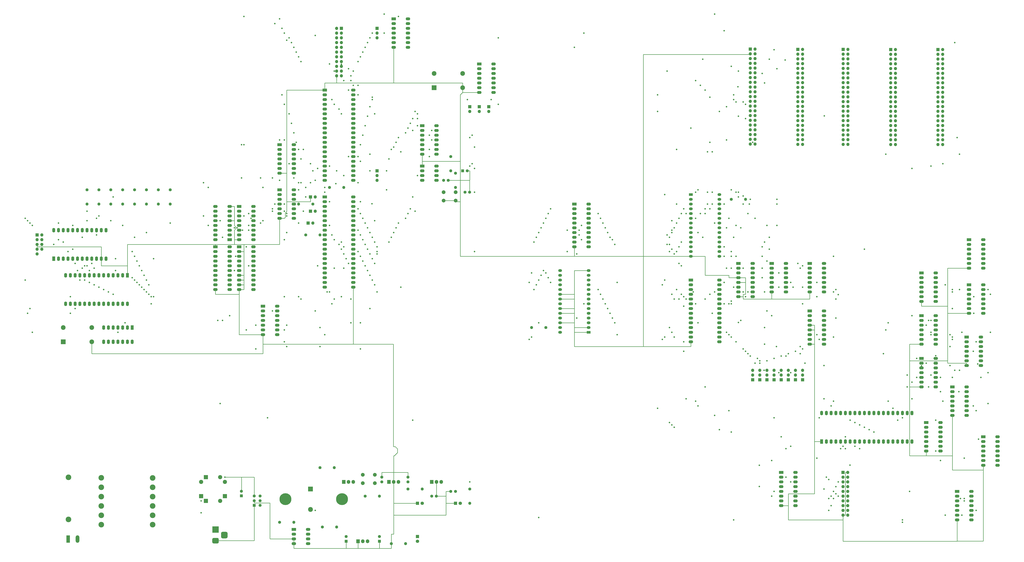
<source format=gbr>
%TF.GenerationSoftware,KiCad,Pcbnew,(5.1.10)-1*%
%TF.CreationDate,2022-04-25T14:42:15+01:00*%
%TF.ProjectId,Motherboard,4d6f7468-6572-4626-9f61-72642e6b6963,2.2*%
%TF.SameCoordinates,Original*%
%TF.FileFunction,Copper,L8,Bot*%
%TF.FilePolarity,Positive*%
%FSLAX46Y46*%
G04 Gerber Fmt 4.6, Leading zero omitted, Abs format (unit mm)*
G04 Created by KiCad (PCBNEW (5.1.10)-1) date 2022-04-25 14:42:15*
%MOMM*%
%LPD*%
G01*
G04 APERTURE LIST*
%TA.AperFunction,ComponentPad*%
%ADD10O,2.400000X1.600000*%
%TD*%
%TA.AperFunction,ComponentPad*%
%ADD11R,2.400000X1.600000*%
%TD*%
%TA.AperFunction,ComponentPad*%
%ADD12C,3.000000*%
%TD*%
%TA.AperFunction,ComponentPad*%
%ADD13C,1.600000*%
%TD*%
%TA.AperFunction,ComponentPad*%
%ADD14R,1.600000X1.600000*%
%TD*%
%TA.AperFunction,ComponentPad*%
%ADD15O,1.700000X1.700000*%
%TD*%
%TA.AperFunction,ComponentPad*%
%ADD16R,1.700000X1.700000*%
%TD*%
%TA.AperFunction,ComponentPad*%
%ADD17O,1.600000X2.400000*%
%TD*%
%TA.AperFunction,ComponentPad*%
%ADD18R,1.600000X2.400000*%
%TD*%
%TA.AperFunction,ComponentPad*%
%ADD19O,1.600000X1.600000*%
%TD*%
%TA.AperFunction,ComponentPad*%
%ADD20O,2.000000X1.440000*%
%TD*%
%TA.AperFunction,ComponentPad*%
%ADD21R,2.000000X1.440000*%
%TD*%
%TA.AperFunction,ComponentPad*%
%ADD22O,1.905000X2.000000*%
%TD*%
%TA.AperFunction,ComponentPad*%
%ADD23R,1.905000X2.000000*%
%TD*%
%TA.AperFunction,ComponentPad*%
%ADD24C,2.500000*%
%TD*%
%TA.AperFunction,ComponentPad*%
%ADD25R,2.500000X2.500000*%
%TD*%
%TA.AperFunction,ComponentPad*%
%ADD26C,2.000000*%
%TD*%
%TA.AperFunction,ComponentPad*%
%ADD27C,6.350000*%
%TD*%
%TA.AperFunction,ComponentPad*%
%ADD28C,2.600000*%
%TD*%
%TA.AperFunction,ComponentPad*%
%ADD29R,2.600000X2.600000*%
%TD*%
%TA.AperFunction,ComponentPad*%
%ADD30O,1.980000X3.960000*%
%TD*%
%TA.AperFunction,ComponentPad*%
%ADD31R,1.980000X3.960000*%
%TD*%
%TA.AperFunction,ComponentPad*%
%ADD32R,3.500000X3.500000*%
%TD*%
%TA.AperFunction,ComponentPad*%
%ADD33C,1.800000*%
%TD*%
%TA.AperFunction,ComponentPad*%
%ADD34R,1.800000X1.800000*%
%TD*%
%TA.AperFunction,ComponentPad*%
%ADD35O,2.200000X2.200000*%
%TD*%
%TA.AperFunction,ComponentPad*%
%ADD36R,2.200000X2.200000*%
%TD*%
%TA.AperFunction,ViaPad*%
%ADD37C,0.800000*%
%TD*%
%TA.AperFunction,Conductor*%
%ADD38C,0.250000*%
%TD*%
G04 APERTURE END LIST*
D10*
%TO.P,U20,16*%
%TO.N,VCC*%
X441960000Y-275564600D03*
%TO.P,U20,8*%
%TO.N,GND*%
X434340000Y-293344600D03*
%TO.P,U20,15*%
%TO.N,Net-(U20-Pad15)*%
X441960000Y-278104600D03*
%TO.P,U20,7*%
%TO.N,SEL7\u005C*%
X434340000Y-290804600D03*
%TO.P,U20,14*%
%TO.N,SEL1\u005C*%
X441960000Y-280644600D03*
%TO.P,U20,6*%
%TO.N,65SIB_CS*%
X434340000Y-288264600D03*
%TO.P,U20,13*%
%TO.N,SEL2\u005C*%
X441960000Y-283184600D03*
%TO.P,U20,5*%
%TO.N,DEV_CS\u005C*%
X434340000Y-285724600D03*
%TO.P,U20,12*%
%TO.N,SEL3\u005C*%
X441960000Y-285724600D03*
%TO.P,U20,4*%
%TO.N,Net-(U20-Pad4)*%
X434340000Y-283184600D03*
%TO.P,U20,11*%
%TO.N,SEL4\u005C*%
X441960000Y-288264600D03*
%TO.P,U20,3*%
%TO.N,Net-(U20-Pad3)*%
X434340000Y-280644600D03*
%TO.P,U20,10*%
%TO.N,SEL5\u005C*%
X441960000Y-290804600D03*
%TO.P,U20,2*%
%TO.N,Net-(U20-Pad2)*%
X434340000Y-278104600D03*
%TO.P,U20,9*%
%TO.N,SEL6\u005C*%
X441960000Y-293344600D03*
D11*
%TO.P,U20,1*%
%TO.N,Net-(U20-Pad1)*%
X434340000Y-275564600D03*
%TD*%
D12*
%TO.P,F1,2*%
%TO.N,Net-(F1-Pad2)*%
X53619400Y-300757000D03*
%TO.P,F1,1*%
%TO.N,Net-(F1-Pad1)*%
X53619400Y-278257000D03*
%TD*%
D13*
%TO.P,SW1,6*%
%TO.N,Net-(CP1-Pad1)*%
X156031800Y-288217600D03*
%TO.P,SW1,5*%
%TO.N,FUSE_IN*%
X156031800Y-290717600D03*
%TO.P,SW1,4*%
%TO.N,Net-(J1-Pad1)*%
X156031800Y-293217600D03*
%TO.P,SW1,3*%
%TO.N,Net-(CP1-Pad2)*%
X152831800Y-288217600D03*
%TO.P,SW1,2*%
%TO.N,GND*%
X152831800Y-290717600D03*
D14*
%TO.P,SW1,1*%
%TO.N,Net-(J1-Pad2)*%
X152831800Y-293217600D03*
%TD*%
D10*
%TO.P,U15,14*%
%TO.N,VCC*%
X535940000Y-285750000D03*
%TO.P,U15,7*%
%TO.N,GND*%
X528320000Y-300990000D03*
%TO.P,U15,13*%
%TO.N,A11*%
X535940000Y-288290000D03*
%TO.P,U15,6*%
%TO.N,Net-(U15-Pad6)*%
X528320000Y-298450000D03*
%TO.P,U15,12*%
%TO.N,Net-(U15-Pad12)*%
X535940000Y-290830000D03*
%TO.P,U15,5*%
%TO.N,A6*%
X528320000Y-295910000D03*
%TO.P,U15,11*%
%TO.N,A8*%
X535940000Y-293370000D03*
%TO.P,U15,4*%
%TO.N,Net-(U15-Pad4)*%
X528320000Y-293370000D03*
%TO.P,U15,10*%
%TO.N,Net-(U15-Pad10)*%
X535940000Y-295910000D03*
%TO.P,U15,3*%
%TO.N,RW*%
X528320000Y-290830000D03*
%TO.P,U15,9*%
%TO.N,A15*%
X535940000Y-298450000D03*
%TO.P,U15,2*%
%TO.N,Net-(U15-Pad2)*%
X528320000Y-288290000D03*
%TO.P,U15,8*%
%TO.N,Net-(U15-Pad8)*%
X535940000Y-300990000D03*
D11*
%TO.P,U15,1*%
%TO.N,RW*%
X528320000Y-285750000D03*
%TD*%
D15*
%TO.P,J9,42*%
%TO.N,+12v*%
X520648800Y-100228400D03*
%TO.P,J9,41*%
%TO.N,Sync*%
X518108800Y-100228400D03*
%TO.P,J9,40*%
%TO.N,-12v*%
X520648800Y-97688400D03*
%TO.P,J9,39*%
%TO.N,RDY*%
X518108800Y-97688400D03*
%TO.P,J9,38*%
%TO.N,IRQ7\u005C*%
X520648800Y-95148400D03*
%TO.P,J9,37*%
%TO.N,RW*%
X518108800Y-95148400D03*
%TO.P,J9,36*%
%TO.N,IRQ6\u005C*%
X520648800Y-92608400D03*
%TO.P,J9,35*%
%TO.N,A15*%
X518108800Y-92608400D03*
%TO.P,J9,34*%
%TO.N,IRQ5\u005C*%
X520648800Y-90068400D03*
%TO.P,J9,33*%
%TO.N,A14*%
X518108800Y-90068400D03*
%TO.P,J9,32*%
%TO.N,IRQ4\u005C*%
X520648800Y-87528400D03*
%TO.P,J9,31*%
%TO.N,A13*%
X518108800Y-87528400D03*
%TO.P,J9,30*%
%TO.N,IRQ3\u005C*%
X520648800Y-84988400D03*
%TO.P,J9,29*%
%TO.N,A12*%
X518108800Y-84988400D03*
%TO.P,J9,28*%
%TO.N,DEV_CS\u005C*%
X520648800Y-82448400D03*
%TO.P,J9,27*%
%TO.N,A11*%
X518108800Y-82448400D03*
%TO.P,J9,26*%
%TO.N,Page_En*%
X520648800Y-79908400D03*
%TO.P,J9,25*%
%TO.N,A10*%
X518108800Y-79908400D03*
%TO.P,J9,24*%
%TO.N,PHI2*%
X520648800Y-77368400D03*
%TO.P,J9,23*%
%TO.N,A9*%
X518108800Y-77368400D03*
%TO.P,J9,22*%
%TO.N,PHI1*%
X520648800Y-74828400D03*
%TO.P,J9,21*%
%TO.N,A8*%
X518108800Y-74828400D03*
%TO.P,J9,20*%
%TO.N,CLK*%
X520648800Y-72288400D03*
%TO.P,J9,19*%
%TO.N,A7*%
X518108800Y-72288400D03*
%TO.P,J9,18*%
%TO.N,Reset\u005C*%
X520648800Y-69748400D03*
%TO.P,J9,17*%
%TO.N,A6*%
X518108800Y-69748400D03*
%TO.P,J9,16*%
%TO.N,D7*%
X520648800Y-67208400D03*
%TO.P,J9,15*%
%TO.N,A5*%
X518108800Y-67208400D03*
%TO.P,J9,14*%
%TO.N,D6*%
X520648800Y-64668400D03*
%TO.P,J9,13*%
%TO.N,A4*%
X518108800Y-64668400D03*
%TO.P,J9,12*%
%TO.N,D5*%
X520648800Y-62128400D03*
%TO.P,J9,11*%
%TO.N,A3*%
X518108800Y-62128400D03*
%TO.P,J9,10*%
%TO.N,D4*%
X520648800Y-59588400D03*
%TO.P,J9,9*%
%TO.N,A2*%
X518108800Y-59588400D03*
%TO.P,J9,8*%
%TO.N,D3*%
X520648800Y-57048400D03*
%TO.P,J9,7*%
%TO.N,A1*%
X518108800Y-57048400D03*
%TO.P,J9,6*%
%TO.N,D2*%
X520648800Y-54508400D03*
%TO.P,J9,5*%
%TO.N,A0*%
X518108800Y-54508400D03*
%TO.P,J9,4*%
%TO.N,D1*%
X520648800Y-51968400D03*
%TO.P,J9,3*%
%TO.N,GND*%
X518108800Y-51968400D03*
%TO.P,J9,2*%
%TO.N,D0*%
X520648800Y-49428400D03*
D16*
%TO.P,J9,1*%
%TO.N,VCC*%
X518108800Y-49428400D03*
%TD*%
D15*
%TO.P,J8,42*%
%TO.N,+12v*%
X495414000Y-100228400D03*
%TO.P,J8,41*%
%TO.N,Sync*%
X492874000Y-100228400D03*
%TO.P,J8,40*%
%TO.N,-12v*%
X495414000Y-97688400D03*
%TO.P,J8,39*%
%TO.N,RDY*%
X492874000Y-97688400D03*
%TO.P,J8,38*%
%TO.N,IRQ7\u005C*%
X495414000Y-95148400D03*
%TO.P,J8,37*%
%TO.N,RW*%
X492874000Y-95148400D03*
%TO.P,J8,36*%
%TO.N,IRQ6\u005C*%
X495414000Y-92608400D03*
%TO.P,J8,35*%
%TO.N,A15*%
X492874000Y-92608400D03*
%TO.P,J8,34*%
%TO.N,IRQ5\u005C*%
X495414000Y-90068400D03*
%TO.P,J8,33*%
%TO.N,A14*%
X492874000Y-90068400D03*
%TO.P,J8,32*%
%TO.N,IRQ4\u005C*%
X495414000Y-87528400D03*
%TO.P,J8,31*%
%TO.N,A13*%
X492874000Y-87528400D03*
%TO.P,J8,30*%
%TO.N,IRQ3\u005C*%
X495414000Y-84988400D03*
%TO.P,J8,29*%
%TO.N,A12*%
X492874000Y-84988400D03*
%TO.P,J8,28*%
%TO.N,DEV_CS\u005C*%
X495414000Y-82448400D03*
%TO.P,J8,27*%
%TO.N,A11*%
X492874000Y-82448400D03*
%TO.P,J8,26*%
%TO.N,Page_En*%
X495414000Y-79908400D03*
%TO.P,J8,25*%
%TO.N,A10*%
X492874000Y-79908400D03*
%TO.P,J8,24*%
%TO.N,PHI2*%
X495414000Y-77368400D03*
%TO.P,J8,23*%
%TO.N,A9*%
X492874000Y-77368400D03*
%TO.P,J8,22*%
%TO.N,PHI1*%
X495414000Y-74828400D03*
%TO.P,J8,21*%
%TO.N,A8*%
X492874000Y-74828400D03*
%TO.P,J8,20*%
%TO.N,CLK*%
X495414000Y-72288400D03*
%TO.P,J8,19*%
%TO.N,A7*%
X492874000Y-72288400D03*
%TO.P,J8,18*%
%TO.N,Reset\u005C*%
X495414000Y-69748400D03*
%TO.P,J8,17*%
%TO.N,A6*%
X492874000Y-69748400D03*
%TO.P,J8,16*%
%TO.N,D7*%
X495414000Y-67208400D03*
%TO.P,J8,15*%
%TO.N,A5*%
X492874000Y-67208400D03*
%TO.P,J8,14*%
%TO.N,D6*%
X495414000Y-64668400D03*
%TO.P,J8,13*%
%TO.N,A4*%
X492874000Y-64668400D03*
%TO.P,J8,12*%
%TO.N,D5*%
X495414000Y-62128400D03*
%TO.P,J8,11*%
%TO.N,A3*%
X492874000Y-62128400D03*
%TO.P,J8,10*%
%TO.N,D4*%
X495414000Y-59588400D03*
%TO.P,J8,9*%
%TO.N,A2*%
X492874000Y-59588400D03*
%TO.P,J8,8*%
%TO.N,D3*%
X495414000Y-57048400D03*
%TO.P,J8,7*%
%TO.N,A1*%
X492874000Y-57048400D03*
%TO.P,J8,6*%
%TO.N,D2*%
X495414000Y-54508400D03*
%TO.P,J8,5*%
%TO.N,A0*%
X492874000Y-54508400D03*
%TO.P,J8,4*%
%TO.N,D1*%
X495414000Y-51968400D03*
%TO.P,J8,3*%
%TO.N,GND*%
X492874000Y-51968400D03*
%TO.P,J8,2*%
%TO.N,D0*%
X495414000Y-49428400D03*
D16*
%TO.P,J8,1*%
%TO.N,VCC*%
X492874000Y-49428400D03*
%TD*%
D15*
%TO.P,J7,42*%
%TO.N,+12v*%
X470026800Y-100177600D03*
%TO.P,J7,41*%
%TO.N,Sync*%
X467486800Y-100177600D03*
%TO.P,J7,40*%
%TO.N,-12v*%
X470026800Y-97637600D03*
%TO.P,J7,39*%
%TO.N,RDY*%
X467486800Y-97637600D03*
%TO.P,J7,38*%
%TO.N,IRQ7\u005C*%
X470026800Y-95097600D03*
%TO.P,J7,37*%
%TO.N,RW*%
X467486800Y-95097600D03*
%TO.P,J7,36*%
%TO.N,IRQ6\u005C*%
X470026800Y-92557600D03*
%TO.P,J7,35*%
%TO.N,A15*%
X467486800Y-92557600D03*
%TO.P,J7,34*%
%TO.N,IRQ5\u005C*%
X470026800Y-90017600D03*
%TO.P,J7,33*%
%TO.N,A14*%
X467486800Y-90017600D03*
%TO.P,J7,32*%
%TO.N,IRQ4\u005C*%
X470026800Y-87477600D03*
%TO.P,J7,31*%
%TO.N,A13*%
X467486800Y-87477600D03*
%TO.P,J7,30*%
%TO.N,IRQ3\u005C*%
X470026800Y-84937600D03*
%TO.P,J7,29*%
%TO.N,A12*%
X467486800Y-84937600D03*
%TO.P,J7,28*%
%TO.N,DEV_CS\u005C*%
X470026800Y-82397600D03*
%TO.P,J7,27*%
%TO.N,A11*%
X467486800Y-82397600D03*
%TO.P,J7,26*%
%TO.N,Page_En*%
X470026800Y-79857600D03*
%TO.P,J7,25*%
%TO.N,A10*%
X467486800Y-79857600D03*
%TO.P,J7,24*%
%TO.N,PHI2*%
X470026800Y-77317600D03*
%TO.P,J7,23*%
%TO.N,A9*%
X467486800Y-77317600D03*
%TO.P,J7,22*%
%TO.N,PHI1*%
X470026800Y-74777600D03*
%TO.P,J7,21*%
%TO.N,A8*%
X467486800Y-74777600D03*
%TO.P,J7,20*%
%TO.N,CLK*%
X470026800Y-72237600D03*
%TO.P,J7,19*%
%TO.N,A7*%
X467486800Y-72237600D03*
%TO.P,J7,18*%
%TO.N,Reset\u005C*%
X470026800Y-69697600D03*
%TO.P,J7,17*%
%TO.N,A6*%
X467486800Y-69697600D03*
%TO.P,J7,16*%
%TO.N,D7*%
X470026800Y-67157600D03*
%TO.P,J7,15*%
%TO.N,A5*%
X467486800Y-67157600D03*
%TO.P,J7,14*%
%TO.N,D6*%
X470026800Y-64617600D03*
%TO.P,J7,13*%
%TO.N,A4*%
X467486800Y-64617600D03*
%TO.P,J7,12*%
%TO.N,D5*%
X470026800Y-62077600D03*
%TO.P,J7,11*%
%TO.N,A3*%
X467486800Y-62077600D03*
%TO.P,J7,10*%
%TO.N,D4*%
X470026800Y-59537600D03*
%TO.P,J7,9*%
%TO.N,A2*%
X467486800Y-59537600D03*
%TO.P,J7,8*%
%TO.N,D3*%
X470026800Y-56997600D03*
%TO.P,J7,7*%
%TO.N,A1*%
X467486800Y-56997600D03*
%TO.P,J7,6*%
%TO.N,D2*%
X470026800Y-54457600D03*
%TO.P,J7,5*%
%TO.N,A0*%
X467486800Y-54457600D03*
%TO.P,J7,4*%
%TO.N,D1*%
X470026800Y-51917600D03*
%TO.P,J7,3*%
%TO.N,GND*%
X467486800Y-51917600D03*
%TO.P,J7,2*%
%TO.N,D0*%
X470026800Y-49377600D03*
D16*
%TO.P,J7,1*%
%TO.N,VCC*%
X467486800Y-49377600D03*
%TD*%
D15*
%TO.P,J6,42*%
%TO.N,+12v*%
X445808000Y-100177600D03*
%TO.P,J6,41*%
%TO.N,Sync*%
X443268000Y-100177600D03*
%TO.P,J6,40*%
%TO.N,-12v*%
X445808000Y-97637600D03*
%TO.P,J6,39*%
%TO.N,RDY*%
X443268000Y-97637600D03*
%TO.P,J6,38*%
%TO.N,IRQ7\u005C*%
X445808000Y-95097600D03*
%TO.P,J6,37*%
%TO.N,RW*%
X443268000Y-95097600D03*
%TO.P,J6,36*%
%TO.N,IRQ6\u005C*%
X445808000Y-92557600D03*
%TO.P,J6,35*%
%TO.N,A15*%
X443268000Y-92557600D03*
%TO.P,J6,34*%
%TO.N,IRQ5\u005C*%
X445808000Y-90017600D03*
%TO.P,J6,33*%
%TO.N,A14*%
X443268000Y-90017600D03*
%TO.P,J6,32*%
%TO.N,IRQ4\u005C*%
X445808000Y-87477600D03*
%TO.P,J6,31*%
%TO.N,A13*%
X443268000Y-87477600D03*
%TO.P,J6,30*%
%TO.N,IRQ3\u005C*%
X445808000Y-84937600D03*
%TO.P,J6,29*%
%TO.N,A12*%
X443268000Y-84937600D03*
%TO.P,J6,28*%
%TO.N,DEV_CS\u005C*%
X445808000Y-82397600D03*
%TO.P,J6,27*%
%TO.N,A11*%
X443268000Y-82397600D03*
%TO.P,J6,26*%
%TO.N,Page_En*%
X445808000Y-79857600D03*
%TO.P,J6,25*%
%TO.N,A10*%
X443268000Y-79857600D03*
%TO.P,J6,24*%
%TO.N,PHI2*%
X445808000Y-77317600D03*
%TO.P,J6,23*%
%TO.N,A9*%
X443268000Y-77317600D03*
%TO.P,J6,22*%
%TO.N,PHI1*%
X445808000Y-74777600D03*
%TO.P,J6,21*%
%TO.N,A8*%
X443268000Y-74777600D03*
%TO.P,J6,20*%
%TO.N,CLK*%
X445808000Y-72237600D03*
%TO.P,J6,19*%
%TO.N,A7*%
X443268000Y-72237600D03*
%TO.P,J6,18*%
%TO.N,Reset\u005C*%
X445808000Y-69697600D03*
%TO.P,J6,17*%
%TO.N,A6*%
X443268000Y-69697600D03*
%TO.P,J6,16*%
%TO.N,D7*%
X445808000Y-67157600D03*
%TO.P,J6,15*%
%TO.N,A5*%
X443268000Y-67157600D03*
%TO.P,J6,14*%
%TO.N,D6*%
X445808000Y-64617600D03*
%TO.P,J6,13*%
%TO.N,A4*%
X443268000Y-64617600D03*
%TO.P,J6,12*%
%TO.N,D5*%
X445808000Y-62077600D03*
%TO.P,J6,11*%
%TO.N,A3*%
X443268000Y-62077600D03*
%TO.P,J6,10*%
%TO.N,D4*%
X445808000Y-59537600D03*
%TO.P,J6,9*%
%TO.N,A2*%
X443268000Y-59537600D03*
%TO.P,J6,8*%
%TO.N,D3*%
X445808000Y-56997600D03*
%TO.P,J6,7*%
%TO.N,A1*%
X443268000Y-56997600D03*
%TO.P,J6,6*%
%TO.N,D2*%
X445808000Y-54457600D03*
%TO.P,J6,5*%
%TO.N,A0*%
X443268000Y-54457600D03*
%TO.P,J6,4*%
%TO.N,D1*%
X445808000Y-51917600D03*
%TO.P,J6,3*%
%TO.N,GND*%
X443268000Y-51917600D03*
%TO.P,J6,2*%
%TO.N,D0*%
X445808000Y-49377600D03*
D16*
%TO.P,J6,1*%
%TO.N,VCC*%
X443268000Y-49377600D03*
%TD*%
D15*
%TO.P,J5,42*%
%TO.N,+12v*%
X420420800Y-100025200D03*
%TO.P,J5,41*%
%TO.N,Sync*%
X417880800Y-100025200D03*
%TO.P,J5,40*%
%TO.N,-12v*%
X420420800Y-97485200D03*
%TO.P,J5,39*%
%TO.N,RDY*%
X417880800Y-97485200D03*
%TO.P,J5,38*%
%TO.N,IRQ7\u005C*%
X420420800Y-94945200D03*
%TO.P,J5,37*%
%TO.N,RW*%
X417880800Y-94945200D03*
%TO.P,J5,36*%
%TO.N,IRQ6\u005C*%
X420420800Y-92405200D03*
%TO.P,J5,35*%
%TO.N,A15*%
X417880800Y-92405200D03*
%TO.P,J5,34*%
%TO.N,IRQ5\u005C*%
X420420800Y-89865200D03*
%TO.P,J5,33*%
%TO.N,A14*%
X417880800Y-89865200D03*
%TO.P,J5,32*%
%TO.N,IRQ4\u005C*%
X420420800Y-87325200D03*
%TO.P,J5,31*%
%TO.N,A13*%
X417880800Y-87325200D03*
%TO.P,J5,30*%
%TO.N,IRQ3\u005C*%
X420420800Y-84785200D03*
%TO.P,J5,29*%
%TO.N,A12*%
X417880800Y-84785200D03*
%TO.P,J5,28*%
%TO.N,DEV_CS\u005C*%
X420420800Y-82245200D03*
%TO.P,J5,27*%
%TO.N,A11*%
X417880800Y-82245200D03*
%TO.P,J5,26*%
%TO.N,Page_En*%
X420420800Y-79705200D03*
%TO.P,J5,25*%
%TO.N,A10*%
X417880800Y-79705200D03*
%TO.P,J5,24*%
%TO.N,PHI2*%
X420420800Y-77165200D03*
%TO.P,J5,23*%
%TO.N,A9*%
X417880800Y-77165200D03*
%TO.P,J5,22*%
%TO.N,PHI1*%
X420420800Y-74625200D03*
%TO.P,J5,21*%
%TO.N,A8*%
X417880800Y-74625200D03*
%TO.P,J5,20*%
%TO.N,CLK*%
X420420800Y-72085200D03*
%TO.P,J5,19*%
%TO.N,A7*%
X417880800Y-72085200D03*
%TO.P,J5,18*%
%TO.N,Reset\u005C*%
X420420800Y-69545200D03*
%TO.P,J5,17*%
%TO.N,A6*%
X417880800Y-69545200D03*
%TO.P,J5,16*%
%TO.N,D7*%
X420420800Y-67005200D03*
%TO.P,J5,15*%
%TO.N,A5*%
X417880800Y-67005200D03*
%TO.P,J5,14*%
%TO.N,D6*%
X420420800Y-64465200D03*
%TO.P,J5,13*%
%TO.N,A4*%
X417880800Y-64465200D03*
%TO.P,J5,12*%
%TO.N,D5*%
X420420800Y-61925200D03*
%TO.P,J5,11*%
%TO.N,A3*%
X417880800Y-61925200D03*
%TO.P,J5,10*%
%TO.N,D4*%
X420420800Y-59385200D03*
%TO.P,J5,9*%
%TO.N,A2*%
X417880800Y-59385200D03*
%TO.P,J5,8*%
%TO.N,D3*%
X420420800Y-56845200D03*
%TO.P,J5,7*%
%TO.N,A1*%
X417880800Y-56845200D03*
%TO.P,J5,6*%
%TO.N,D2*%
X420420800Y-54305200D03*
%TO.P,J5,5*%
%TO.N,A0*%
X417880800Y-54305200D03*
%TO.P,J5,4*%
%TO.N,D1*%
X420420800Y-51765200D03*
%TO.P,J5,3*%
%TO.N,GND*%
X417880800Y-51765200D03*
%TO.P,J5,2*%
%TO.N,D0*%
X420420800Y-49225200D03*
D16*
%TO.P,J5,1*%
%TO.N,VCC*%
X417880800Y-49225200D03*
%TD*%
D10*
%TO.P,U33,40*%
%TO.N,CA1*%
X205740000Y-71120000D03*
%TO.P,U33,20*%
%TO.N,VCC*%
X190500000Y-119380000D03*
%TO.P,U33,39*%
%TO.N,CA2*%
X205740000Y-73660000D03*
%TO.P,U33,19*%
%TO.N,CB2*%
X190500000Y-116840000D03*
%TO.P,U33,38*%
%TO.N,A0*%
X205740000Y-76200000D03*
%TO.P,U33,18*%
%TO.N,CB1*%
X190500000Y-114300000D03*
%TO.P,U33,37*%
%TO.N,A1*%
X205740000Y-78740000D03*
%TO.P,U33,17*%
%TO.N,GPIO15*%
X190500000Y-111760000D03*
%TO.P,U33,36*%
%TO.N,A2*%
X205740000Y-81280000D03*
%TO.P,U33,16*%
%TO.N,GPIO14*%
X190500000Y-109220000D03*
%TO.P,U33,35*%
%TO.N,A3*%
X205740000Y-83820000D03*
%TO.P,U33,15*%
%TO.N,GPIO13*%
X190500000Y-106680000D03*
%TO.P,U33,34*%
%TO.N,RESET\u005C*%
X205740000Y-86360000D03*
%TO.P,U33,14*%
%TO.N,GPIO12*%
X190500000Y-104140000D03*
%TO.P,U33,33*%
%TO.N,D0*%
X205740000Y-88900000D03*
%TO.P,U33,13*%
%TO.N,GPIO11*%
X190500000Y-101600000D03*
%TO.P,U33,32*%
%TO.N,D1*%
X205740000Y-91440000D03*
%TO.P,U33,12*%
%TO.N,GPIO10*%
X190500000Y-99060000D03*
%TO.P,U33,31*%
%TO.N,D2*%
X205740000Y-93980000D03*
%TO.P,U33,11*%
%TO.N,GPIO9*%
X190500000Y-96520000D03*
%TO.P,U33,30*%
%TO.N,D3*%
X205740000Y-96520000D03*
%TO.P,U33,10*%
%TO.N,GPIO8*%
X190500000Y-93980000D03*
%TO.P,U33,29*%
%TO.N,D4*%
X205740000Y-99060000D03*
%TO.P,U33,9*%
%TO.N,GPIO7*%
X190500000Y-91440000D03*
%TO.P,U33,28*%
%TO.N,D5*%
X205740000Y-101600000D03*
%TO.P,U33,8*%
%TO.N,GPIO6*%
X190500000Y-88900000D03*
%TO.P,U33,27*%
%TO.N,D6*%
X205740000Y-104140000D03*
%TO.P,U33,7*%
%TO.N,GPIO5*%
X190500000Y-86360000D03*
%TO.P,U33,26*%
%TO.N,D7*%
X205740000Y-106680000D03*
%TO.P,U33,6*%
%TO.N,GPIO4*%
X190500000Y-83820000D03*
%TO.P,U33,25*%
%TO.N,PHI2*%
X205740000Y-109220000D03*
%TO.P,U33,5*%
%TO.N,GPIO3*%
X190500000Y-81280000D03*
%TO.P,U33,24*%
%TO.N,CS_GPIO*%
X205740000Y-111760000D03*
%TO.P,U33,4*%
%TO.N,GPIO2*%
X190500000Y-78740000D03*
%TO.P,U33,23*%
%TO.N,DEV_CS\u005C*%
X205740000Y-114300000D03*
%TO.P,U33,3*%
%TO.N,GPIO1*%
X190500000Y-76200000D03*
%TO.P,U33,22*%
%TO.N,RW*%
X205740000Y-116840000D03*
%TO.P,U33,2*%
%TO.N,GPIO0*%
X190500000Y-73660000D03*
%TO.P,U33,21*%
%TO.N,IRQ_DECIDE\u005C*%
X205740000Y-119380000D03*
D11*
%TO.P,U33,1*%
%TO.N,GND*%
X190500000Y-71120000D03*
%TD*%
D10*
%TO.P,U21,40*%
%TO.N,RESET\u005C*%
X205740000Y-128270000D03*
%TO.P,U21,20*%
%TO.N,A11*%
X190500000Y-176530000D03*
%TO.P,U21,39*%
%TO.N,PHI2*%
X205740000Y-130810000D03*
%TO.P,U21,19*%
%TO.N,A10*%
X190500000Y-173990000D03*
%TO.P,U21,38*%
%TO.N,VCC*%
X205740000Y-133350000D03*
%TO.P,U21,18*%
%TO.N,A9*%
X190500000Y-171450000D03*
%TO.P,U21,37*%
%TO.N,CLK*%
X205740000Y-135890000D03*
%TO.P,U21,17*%
%TO.N,A8*%
X190500000Y-168910000D03*
%TO.P,U21,36*%
%TO.N,Net-(U21-Pad36)*%
X205740000Y-138430000D03*
%TO.P,U21,16*%
%TO.N,A7*%
X190500000Y-166370000D03*
%TO.P,U21,35*%
%TO.N,Net-(U21-Pad35)*%
X205740000Y-140970000D03*
%TO.P,U21,15*%
%TO.N,A6*%
X190500000Y-163830000D03*
%TO.P,U21,34*%
%TO.N,RW*%
X205740000Y-143510000D03*
%TO.P,U21,14*%
%TO.N,A5*%
X190500000Y-161290000D03*
%TO.P,U21,33*%
%TO.N,D0*%
X205740000Y-146050000D03*
%TO.P,U21,13*%
%TO.N,A4*%
X190500000Y-158750000D03*
%TO.P,U21,32*%
%TO.N,D1*%
X205740000Y-148590000D03*
%TO.P,U21,12*%
%TO.N,A3*%
X190500000Y-156210000D03*
%TO.P,U21,31*%
%TO.N,D2*%
X205740000Y-151130000D03*
%TO.P,U21,11*%
%TO.N,A2*%
X190500000Y-153670000D03*
%TO.P,U21,30*%
%TO.N,D3*%
X205740000Y-153670000D03*
%TO.P,U21,10*%
%TO.N,A1*%
X190500000Y-151130000D03*
%TO.P,U21,29*%
%TO.N,D4*%
X205740000Y-156210000D03*
%TO.P,U21,9*%
%TO.N,A0*%
X190500000Y-148590000D03*
%TO.P,U21,28*%
%TO.N,D5*%
X205740000Y-158750000D03*
%TO.P,U21,8*%
%TO.N,VCC*%
X190500000Y-146050000D03*
%TO.P,U21,27*%
%TO.N,D6*%
X205740000Y-161290000D03*
%TO.P,U21,7*%
%TO.N,SYNC*%
X190500000Y-143510000D03*
%TO.P,U21,26*%
%TO.N,D7*%
X205740000Y-163830000D03*
%TO.P,U21,6*%
%TO.N,Net-(JP9-Pad2)*%
X190500000Y-140970000D03*
%TO.P,U21,25*%
%TO.N,A15*%
X205740000Y-166370000D03*
%TO.P,U21,5*%
%TO.N,Net-(U21-Pad5)*%
X190500000Y-138430000D03*
%TO.P,U21,24*%
%TO.N,A14*%
X205740000Y-168910000D03*
%TO.P,U21,4*%
%TO.N,Net-(JP10-Pad2)*%
X190500000Y-135890000D03*
%TO.P,U21,23*%
%TO.N,A13*%
X205740000Y-171450000D03*
%TO.P,U21,3*%
%TO.N,PHI1*%
X190500000Y-133350000D03*
%TO.P,U21,22*%
%TO.N,A12*%
X205740000Y-173990000D03*
%TO.P,U21,2*%
%TO.N,RDY*%
X190500000Y-130810000D03*
%TO.P,U21,21*%
%TO.N,GND*%
X205740000Y-176530000D03*
D11*
%TO.P,U21,1*%
%TO.N,Net-(JP11-Pad2)*%
X190500000Y-128270000D03*
%TD*%
D10*
%TO.P,U9,28*%
%TO.N,VCC*%
X401320000Y-172720000D03*
%TO.P,U9,14*%
%TO.N,GND*%
X386080000Y-205740000D03*
%TO.P,U9,27*%
%TO.N,RAM_WE\u005C*%
X401320000Y-175260000D03*
%TO.P,U9,13*%
%TO.N,D2*%
X386080000Y-203200000D03*
%TO.P,U9,26*%
%TO.N,A13*%
X401320000Y-177800000D03*
%TO.P,U9,12*%
%TO.N,D1*%
X386080000Y-200660000D03*
%TO.P,U9,25*%
%TO.N,A8*%
X401320000Y-180340000D03*
%TO.P,U9,11*%
%TO.N,D0*%
X386080000Y-198120000D03*
%TO.P,U9,24*%
%TO.N,A9*%
X401320000Y-182880000D03*
%TO.P,U9,10*%
%TO.N,A0*%
X386080000Y-195580000D03*
%TO.P,U9,23*%
%TO.N,A11*%
X401320000Y-185420000D03*
%TO.P,U9,9*%
%TO.N,A1*%
X386080000Y-193040000D03*
%TO.P,U9,22*%
%TO.N,RAM_OE\u005C*%
X401320000Y-187960000D03*
%TO.P,U9,8*%
%TO.N,A2*%
X386080000Y-190500000D03*
%TO.P,U9,21*%
%TO.N,A10*%
X401320000Y-190500000D03*
%TO.P,U9,7*%
%TO.N,A3*%
X386080000Y-187960000D03*
%TO.P,U9,20*%
%TO.N,Net-(U3-Pad3)*%
X401320000Y-193040000D03*
%TO.P,U9,6*%
%TO.N,A4*%
X386080000Y-185420000D03*
%TO.P,U9,19*%
%TO.N,D7*%
X401320000Y-195580000D03*
%TO.P,U9,5*%
%TO.N,A5*%
X386080000Y-182880000D03*
%TO.P,U9,18*%
%TO.N,D6*%
X401320000Y-198120000D03*
%TO.P,U9,4*%
%TO.N,A6*%
X386080000Y-180340000D03*
%TO.P,U9,17*%
%TO.N,D5*%
X401320000Y-200660000D03*
%TO.P,U9,3*%
%TO.N,A7*%
X386080000Y-177800000D03*
%TO.P,U9,16*%
%TO.N,D4*%
X401320000Y-203200000D03*
%TO.P,U9,2*%
%TO.N,A12*%
X386080000Y-175260000D03*
%TO.P,U9,15*%
%TO.N,D3*%
X401320000Y-205740000D03*
D11*
%TO.P,U9,1*%
%TO.N,A14*%
X386080000Y-172720000D03*
%TD*%
D17*
%TO.P,U27,40*%
%TO.N,65SIB_IRQ\u005C*%
X455930000Y-243840000D03*
%TO.P,U27,20*%
%TO.N,VCC*%
X504190000Y-259080000D03*
%TO.P,U27,39*%
%TO.N,Net-(U27-Pad39)*%
X458470000Y-243840000D03*
%TO.P,U27,19*%
%TO.N,Net-(U27-Pad19)*%
X501650000Y-259080000D03*
%TO.P,U27,38*%
%TO.N,A0*%
X461010000Y-243840000D03*
%TO.P,U27,18*%
%TO.N,Net-(U27-Pad18)*%
X499110000Y-259080000D03*
%TO.P,U27,37*%
%TO.N,A1*%
X463550000Y-243840000D03*
%TO.P,U27,17*%
%TO.N,Net-(U27-Pad17)*%
X496570000Y-259080000D03*
%TO.P,U27,36*%
%TO.N,A2*%
X466090000Y-243840000D03*
%TO.P,U27,16*%
%TO.N,Net-(U27-Pad16)*%
X494030000Y-259080000D03*
%TO.P,U27,35*%
%TO.N,A3*%
X468630000Y-243840000D03*
%TO.P,U27,15*%
%TO.N,Net-(U27-Pad15)*%
X491490000Y-259080000D03*
%TO.P,U27,34*%
%TO.N,RESET\u005C*%
X471170000Y-243840000D03*
%TO.P,U27,14*%
%TO.N,Net-(U27-Pad14)*%
X488950000Y-259080000D03*
%TO.P,U27,33*%
%TO.N,D0*%
X473710000Y-243840000D03*
%TO.P,U27,13*%
%TO.N,Net-(U27-Pad13)*%
X486410000Y-259080000D03*
%TO.P,U27,32*%
%TO.N,D1*%
X476250000Y-243840000D03*
%TO.P,U27,12*%
%TO.N,Net-(U27-Pad12)*%
X483870000Y-259080000D03*
%TO.P,U27,31*%
%TO.N,D2*%
X478790000Y-243840000D03*
%TO.P,U27,11*%
%TO.N,Net-(U27-Pad11)*%
X481330000Y-259080000D03*
%TO.P,U27,30*%
%TO.N,D3*%
X481330000Y-243840000D03*
%TO.P,U27,10*%
%TO.N,Net-(U27-Pad10)*%
X478790000Y-259080000D03*
%TO.P,U27,29*%
%TO.N,D4*%
X483870000Y-243840000D03*
%TO.P,U27,9*%
%TO.N,65SIB_MISO*%
X476250000Y-259080000D03*
%TO.P,U27,28*%
%TO.N,D5*%
X486410000Y-243840000D03*
%TO.P,U27,8*%
%TO.N,CONF\u005C*%
X473710000Y-259080000D03*
%TO.P,U27,27*%
%TO.N,D6*%
X488950000Y-243840000D03*
%TO.P,U27,7*%
%TO.N,Net-(U20-Pad4)*%
X471170000Y-259080000D03*
%TO.P,U27,26*%
%TO.N,D7*%
X491490000Y-243840000D03*
%TO.P,U27,6*%
%TO.N,Net-(U20-Pad1)*%
X468630000Y-259080000D03*
%TO.P,U27,25*%
%TO.N,CLK*%
X494030000Y-243840000D03*
%TO.P,U27,5*%
%TO.N,Net-(U20-Pad2)*%
X466090000Y-259080000D03*
%TO.P,U27,24*%
%TO.N,65SIB_CS*%
X496570000Y-243840000D03*
%TO.P,U27,4*%
%TO.N,Net-(U20-Pad3)*%
X463550000Y-259080000D03*
%TO.P,U27,23*%
%TO.N,DEV_CS\u005C*%
X499110000Y-243840000D03*
%TO.P,U27,3*%
%TO.N,65SIB_MOSI*%
X461010000Y-259080000D03*
%TO.P,U27,22*%
%TO.N,RW*%
X501650000Y-243840000D03*
%TO.P,U27,2*%
%TO.N,65SIB_CLK*%
X458470000Y-259080000D03*
%TO.P,U27,21*%
%TO.N,IRQ2\u005C*%
X504190000Y-243840000D03*
D18*
%TO.P,U27,1*%
%TO.N,GND*%
X455930000Y-259080000D03*
%TD*%
D15*
%TO.P,J3,9*%
%TO.N,Net-(J3-Pad9)*%
X36830000Y-158750000D03*
%TO.P,J3,8*%
%TO.N,CTS_COM_PORT*%
X39370000Y-156210000D03*
%TO.P,J3,7*%
%TO.N,RTS_COM_PORT*%
X36830000Y-156210000D03*
%TO.P,J3,6*%
%TO.N,DSR_COM_PORT*%
X39370000Y-153670000D03*
%TO.P,J3,5*%
%TO.N,GND*%
X36830000Y-153670000D03*
%TO.P,J3,4*%
%TO.N,DTR_COM_PORT*%
X39370000Y-151130000D03*
%TO.P,J3,3*%
%TO.N,Tx_COM_PORT*%
X36830000Y-151130000D03*
%TO.P,J3,2*%
%TO.N,Rx_COM_PORT*%
X39370000Y-148590000D03*
D16*
%TO.P,J3,1*%
%TO.N,DCD_COM_PORT*%
X36830000Y-148590000D03*
%TD*%
D19*
%TO.P,R22,2*%
%TO.N,VCC*%
X300990000Y-198120000D03*
D13*
%TO.P,R22,1*%
%TO.N,Net-(R22-Pad1)*%
X308610000Y-198120000D03*
%TD*%
D10*
%TO.P,U16,20*%
%TO.N,VCC*%
X139700000Y-154940000D03*
%TO.P,U16,10*%
%TO.N,GND*%
X132080000Y-177800000D03*
%TO.P,U16,19*%
%TO.N,Net-(U16-Pad19)*%
X139700000Y-157480000D03*
%TO.P,U16,9*%
%TO.N,D7*%
X132080000Y-175260000D03*
%TO.P,U16,18*%
%TO.N,Net-(U16-Pad18)*%
X139700000Y-160020000D03*
%TO.P,U16,8*%
%TO.N,D6*%
X132080000Y-172720000D03*
%TO.P,U16,17*%
%TO.N,Net-(U16-Pad17)*%
X139700000Y-162560000D03*
%TO.P,U16,7*%
%TO.N,D5*%
X132080000Y-170180000D03*
%TO.P,U16,16*%
%TO.N,Net-(U16-Pad16)*%
X139700000Y-165100000D03*
%TO.P,U16,6*%
%TO.N,D4*%
X132080000Y-167640000D03*
%TO.P,U16,15*%
%TO.N,Net-(U16-Pad15)*%
X139700000Y-167640000D03*
%TO.P,U16,5*%
%TO.N,D3*%
X132080000Y-165100000D03*
%TO.P,U16,14*%
%TO.N,Net-(U16-Pad14)*%
X139700000Y-170180000D03*
%TO.P,U16,4*%
%TO.N,D2*%
X132080000Y-162560000D03*
%TO.P,U16,13*%
%TO.N,Net-(U16-Pad13)*%
X139700000Y-172720000D03*
%TO.P,U16,3*%
%TO.N,D1*%
X132080000Y-160020000D03*
%TO.P,U16,12*%
%TO.N,Net-(U16-Pad12)*%
X139700000Y-175260000D03*
%TO.P,U16,2*%
%TO.N,D0*%
X132080000Y-157480000D03*
%TO.P,U16,11*%
%TO.N,CS_WR*%
X139700000Y-177800000D03*
D11*
%TO.P,U16,1*%
%TO.N,GND*%
X132080000Y-154940000D03*
%TD*%
D13*
%TO.P,C1,2*%
%TO.N,GND*%
X220980000Y-278170000D03*
%TO.P,C1,1*%
%TO.N,FUSE_OUT*%
X220980000Y-280670000D03*
%TD*%
D15*
%TO.P,J4,22*%
%TO.N,GND*%
X196850000Y-63500000D03*
%TO.P,J4,21*%
%TO.N,CB2*%
X199390000Y-63500000D03*
%TO.P,J4,20*%
%TO.N,CB1*%
X196850000Y-60960000D03*
%TO.P,J4,19*%
%TO.N,CA2*%
X199390000Y-60960000D03*
%TO.P,J4,18*%
%TO.N,CA1*%
X196850000Y-58420000D03*
%TO.P,J4,17*%
%TO.N,GPIO15*%
X199390000Y-58420000D03*
%TO.P,J4,16*%
%TO.N,GPIO14*%
X196850000Y-55880000D03*
%TO.P,J4,15*%
%TO.N,GPIO13*%
X199390000Y-55880000D03*
%TO.P,J4,14*%
%TO.N,GPIO12*%
X196850000Y-53340000D03*
%TO.P,J4,13*%
%TO.N,GPIO11*%
X199390000Y-53340000D03*
%TO.P,J4,12*%
%TO.N,GPIO10*%
X196850000Y-50800000D03*
%TO.P,J4,11*%
%TO.N,GPIO9*%
X199390000Y-50800000D03*
%TO.P,J4,10*%
%TO.N,GPIO8*%
X196850000Y-48260000D03*
%TO.P,J4,9*%
%TO.N,GPIO7*%
X199390000Y-48260000D03*
%TO.P,J4,8*%
%TO.N,GPIO6*%
X196850000Y-45720000D03*
%TO.P,J4,7*%
%TO.N,GPIO5*%
X199390000Y-45720000D03*
%TO.P,J4,6*%
%TO.N,GPIO4*%
X196850000Y-43180000D03*
%TO.P,J4,5*%
%TO.N,GPIO3*%
X199390000Y-43180000D03*
%TO.P,J4,4*%
%TO.N,GPIO2*%
X196850000Y-40640000D03*
%TO.P,J4,3*%
%TO.N,GPIO1*%
X199390000Y-40640000D03*
%TO.P,J4,2*%
%TO.N,GPIO0*%
X196850000Y-38100000D03*
D16*
%TO.P,J4,1*%
%TO.N,VCC*%
X199390000Y-38100000D03*
%TD*%
D17*
%TO.P,U32,14*%
%TO.N,N/C*%
X87630000Y-205740000D03*
%TO.P,U32,7*%
X72390000Y-198120000D03*
%TO.P,U32,13*%
X85090000Y-205740000D03*
%TO.P,U32,6*%
X74930000Y-198120000D03*
%TO.P,U32,12*%
X82550000Y-205740000D03*
%TO.P,U32,5*%
X77470000Y-198120000D03*
%TO.P,U32,11*%
X80010000Y-205740000D03*
%TO.P,U32,4*%
%TO.N,Net-(U29-Pad20)*%
X80010000Y-198120000D03*
%TO.P,U32,10*%
%TO.N,N/C*%
X77470000Y-205740000D03*
%TO.P,U32,3*%
%TO.N,CS0_COM*%
X82550000Y-198120000D03*
%TO.P,U32,9*%
%TO.N,N/C*%
X74930000Y-205740000D03*
%TO.P,U32,2*%
X85090000Y-198120000D03*
%TO.P,U32,8*%
X72390000Y-205740000D03*
D18*
%TO.P,U32,1*%
X87630000Y-198120000D03*
%TD*%
D20*
%TO.P,U19,15*%
%TO.N,D3*%
X316230000Y-167640000D03*
%TO.P,U19,14*%
%TO.N,GND*%
X331470000Y-167640000D03*
%TO.P,U19,16*%
%TO.N,D4*%
X316230000Y-170180000D03*
%TO.P,U19,13*%
%TO.N,D2*%
X331470000Y-170180000D03*
%TO.P,U19,17*%
%TO.N,D5*%
X316230000Y-172720000D03*
%TO.P,U19,12*%
%TO.N,D1*%
X331470000Y-172720000D03*
%TO.P,U19,18*%
%TO.N,D6*%
X316230000Y-175260000D03*
%TO.P,U19,11*%
%TO.N,D0*%
X331470000Y-175260000D03*
%TO.P,U19,19*%
%TO.N,D7*%
X316230000Y-177800000D03*
%TO.P,U19,10*%
%TO.N,D0*%
X331470000Y-177800000D03*
%TO.P,U19,20*%
%TO.N,GND*%
X316230000Y-180340000D03*
%TO.P,U19,9*%
%TO.N,D1*%
X331470000Y-180340000D03*
%TO.P,U19,21*%
%TO.N,GND*%
X316230000Y-182880000D03*
%TO.P,U19,8*%
%TO.N,D2*%
X331470000Y-182880000D03*
%TO.P,U19,22*%
%TO.N,VID_OE*%
X316230000Y-185420000D03*
%TO.P,U19,7*%
%TO.N,D3*%
X331470000Y-185420000D03*
%TO.P,U19,23*%
%TO.N,GND*%
X316230000Y-187960000D03*
%TO.P,U19,6*%
%TO.N,D4*%
X331470000Y-187960000D03*
%TO.P,U19,24*%
%TO.N,GND*%
X316230000Y-190500000D03*
%TO.P,U19,5*%
%TO.N,D5*%
X331470000Y-190500000D03*
%TO.P,U19,25*%
%TO.N,SYNC*%
X316230000Y-193040000D03*
%TO.P,U19,4*%
%TO.N,D6*%
X331470000Y-193040000D03*
%TO.P,U19,26*%
%TO.N,GND*%
X316230000Y-195580000D03*
%TO.P,U19,3*%
%TO.N,D7*%
X331470000Y-195580000D03*
%TO.P,U19,27*%
%TO.N,Net-(R22-Pad1)*%
X316230000Y-198120000D03*
%TO.P,U19,2*%
%TO.N,GND*%
X331470000Y-198120000D03*
%TO.P,U19,28*%
%TO.N,VCC*%
X316230000Y-200660000D03*
D21*
%TO.P,U19,1*%
%TO.N,GND*%
X331470000Y-200660000D03*
%TD*%
D20*
%TO.P,U11,15*%
%TO.N,D3*%
X401320000Y-160020000D03*
%TO.P,U11,14*%
%TO.N,GND*%
X386080000Y-160020000D03*
%TO.P,U11,16*%
%TO.N,D4*%
X401320000Y-157480000D03*
%TO.P,U11,13*%
%TO.N,D2*%
X386080000Y-157480000D03*
%TO.P,U11,17*%
%TO.N,D5*%
X401320000Y-154940000D03*
%TO.P,U11,12*%
%TO.N,D1*%
X386080000Y-154940000D03*
%TO.P,U11,18*%
%TO.N,D6*%
X401320000Y-152400000D03*
%TO.P,U11,11*%
%TO.N,D0*%
X386080000Y-152400000D03*
%TO.P,U11,19*%
%TO.N,D7*%
X401320000Y-149860000D03*
%TO.P,U11,10*%
%TO.N,A0*%
X386080000Y-149860000D03*
%TO.P,U11,20*%
%TO.N,ROM_EN*%
X401320000Y-147320000D03*
%TO.P,U11,9*%
%TO.N,A1*%
X386080000Y-147320000D03*
%TO.P,U11,21*%
%TO.N,A10*%
X401320000Y-144780000D03*
%TO.P,U11,8*%
%TO.N,A2*%
X386080000Y-144780000D03*
%TO.P,U11,22*%
%TO.N,ROM_EN*%
X401320000Y-142240000D03*
%TO.P,U11,7*%
%TO.N,A3*%
X386080000Y-142240000D03*
%TO.P,U11,23*%
%TO.N,A11*%
X401320000Y-139700000D03*
%TO.P,U11,6*%
%TO.N,A4*%
X386080000Y-139700000D03*
%TO.P,U11,24*%
%TO.N,A9*%
X401320000Y-137160000D03*
%TO.P,U11,5*%
%TO.N,A5*%
X386080000Y-137160000D03*
%TO.P,U11,25*%
%TO.N,A8*%
X401320000Y-134620000D03*
%TO.P,U11,4*%
%TO.N,A6*%
X386080000Y-134620000D03*
%TO.P,U11,26*%
%TO.N,A13*%
X401320000Y-132080000D03*
%TO.P,U11,3*%
%TO.N,A7*%
X386080000Y-132080000D03*
%TO.P,U11,27*%
%TO.N,Net-(R16-Pad1)*%
X401320000Y-129540000D03*
%TO.P,U11,2*%
%TO.N,A12*%
X386080000Y-129540000D03*
%TO.P,U11,28*%
%TO.N,VCC*%
X401320000Y-127000000D03*
D21*
%TO.P,U11,1*%
%TO.N,A14*%
X386080000Y-127000000D03*
%TD*%
D22*
%TO.P,U13,3*%
%TO.N,-12v*%
X213360000Y-312420000D03*
%TO.P,U13,2*%
%TO.N,Net-(C5-Pad2)*%
X210820000Y-312420000D03*
D23*
%TO.P,U13,1*%
%TO.N,GND*%
X208280000Y-312420000D03*
%TD*%
D24*
%TO.P,X2,7*%
%TO.N,GND*%
X66040000Y-205740000D03*
%TO.P,X2,8*%
%TO.N,XTL1_COM*%
X66040000Y-198120000D03*
%TO.P,X2,14*%
%TO.N,VCC*%
X50800000Y-198120000D03*
D25*
%TO.P,X2,1*%
%TO.N,Net-(X2-Pad1)*%
X50800000Y-205740000D03*
%TD*%
D24*
%TO.P,X1,7*%
%TO.N,GND*%
X264160000Y-69850000D03*
%TO.P,X1,8*%
%TO.N,CLK1*%
X264160000Y-62230000D03*
%TO.P,X1,14*%
%TO.N,VCC*%
X248920000Y-62230000D03*
D25*
%TO.P,X1,1*%
%TO.N,Net-(X1-Pad1)*%
X248920000Y-69850000D03*
%TD*%
D10*
%TO.P,U43,14*%
%TO.N,VCC*%
X542290000Y-151130000D03*
%TO.P,U43,7*%
%TO.N,GND*%
X534670000Y-166370000D03*
%TO.P,U43,13*%
%TO.N,N/C*%
X542290000Y-153670000D03*
%TO.P,U43,6*%
X534670000Y-163830000D03*
%TO.P,U43,12*%
X542290000Y-156210000D03*
%TO.P,U43,5*%
X534670000Y-161290000D03*
%TO.P,U43,11*%
X542290000Y-158750000D03*
%TO.P,U43,4*%
X534670000Y-158750000D03*
%TO.P,U43,10*%
X542290000Y-161290000D03*
%TO.P,U43,3*%
X534670000Y-156210000D03*
%TO.P,U43,9*%
X542290000Y-163830000D03*
%TO.P,U43,2*%
%TO.N,Net-(U39-Pad10)*%
X534670000Y-153670000D03*
%TO.P,U43,8*%
%TO.N,N/C*%
X542290000Y-166370000D03*
D11*
%TO.P,U43,1*%
%TO.N,A3*%
X534670000Y-151130000D03*
%TD*%
D10*
%TO.P,U31,14*%
%TO.N,VCC*%
X549910000Y-256540000D03*
%TO.P,U31,7*%
%TO.N,GND*%
X542290000Y-271780000D03*
%TO.P,U31,13*%
%TO.N,N/C*%
X549910000Y-259080000D03*
%TO.P,U31,6*%
X542290000Y-269240000D03*
%TO.P,U31,12*%
X549910000Y-261620000D03*
%TO.P,U31,5*%
X542290000Y-266700000D03*
%TO.P,U31,11*%
X549910000Y-264160000D03*
%TO.P,U31,4*%
X542290000Y-264160000D03*
%TO.P,U31,10*%
X549910000Y-266700000D03*
%TO.P,U31,3*%
X542290000Y-261620000D03*
%TO.P,U31,9*%
X549910000Y-269240000D03*
%TO.P,U31,2*%
%TO.N,Net-(U31-Pad2)*%
X542290000Y-259080000D03*
%TO.P,U31,8*%
%TO.N,N/C*%
X549910000Y-271780000D03*
D11*
%TO.P,U31,1*%
%TO.N,A11*%
X542290000Y-256540000D03*
%TD*%
D10*
%TO.P,U38,14*%
%TO.N,VCC*%
X541020000Y-203200000D03*
%TO.P,U38,7*%
%TO.N,GND*%
X533400000Y-218440000D03*
%TO.P,U38,13*%
%TO.N,N/C*%
X541020000Y-205740000D03*
%TO.P,U38,6*%
X533400000Y-215900000D03*
%TO.P,U38,12*%
X541020000Y-208280000D03*
%TO.P,U38,5*%
X533400000Y-213360000D03*
%TO.P,U38,11*%
X541020000Y-210820000D03*
%TO.P,U38,4*%
%TO.N,Net-(U35-Pad10)*%
X533400000Y-210820000D03*
%TO.P,U38,10*%
%TO.N,N/C*%
X541020000Y-213360000D03*
%TO.P,U38,3*%
%TO.N,A5*%
X533400000Y-208280000D03*
%TO.P,U38,9*%
%TO.N,A8*%
X541020000Y-215900000D03*
%TO.P,U38,2*%
%TO.N,Net-(U35-Pad9)*%
X533400000Y-205740000D03*
%TO.P,U38,8*%
%TO.N,Net-(U35-Pad1)*%
X541020000Y-218440000D03*
D11*
%TO.P,U38,1*%
%TO.N,A4*%
X533400000Y-203200000D03*
%TD*%
D10*
%TO.P,U42,14*%
%TO.N,VCC*%
X516890000Y-168910000D03*
%TO.P,U42,7*%
%TO.N,GND*%
X509270000Y-184150000D03*
%TO.P,U42,13*%
%TO.N,N/C*%
X516890000Y-171450000D03*
%TO.P,U42,6*%
X509270000Y-181610000D03*
%TO.P,U42,12*%
X516890000Y-173990000D03*
%TO.P,U42,5*%
X509270000Y-179070000D03*
%TO.P,U42,11*%
X516890000Y-176530000D03*
%TO.P,U42,4*%
X509270000Y-176530000D03*
%TO.P,U42,10*%
%TO.N,Net-(U39-Pad6)*%
X516890000Y-179070000D03*
%TO.P,U42,3*%
%TO.N,N/C*%
X509270000Y-173990000D03*
%TO.P,U42,9*%
%TO.N,Net-(U39-Pad8)*%
X516890000Y-181610000D03*
%TO.P,U42,2*%
%TO.N,N/C*%
X509270000Y-171450000D03*
%TO.P,U42,8*%
%TO.N,CS0_COM*%
X516890000Y-184150000D03*
D11*
%TO.P,U42,1*%
%TO.N,N/C*%
X509270000Y-168910000D03*
%TD*%
D10*
%TO.P,U36,14*%
%TO.N,VCC*%
X516890000Y-214630000D03*
%TO.P,U36,7*%
%TO.N,GND*%
X509270000Y-229870000D03*
%TO.P,U36,13*%
%TO.N,N/C*%
X516890000Y-217170000D03*
%TO.P,U36,6*%
%TO.N,Net-(U35-Pad12)*%
X509270000Y-227330000D03*
%TO.P,U36,12*%
%TO.N,N/C*%
X516890000Y-219710000D03*
%TO.P,U36,5*%
%TO.N,A6*%
X509270000Y-224790000D03*
%TO.P,U36,11*%
%TO.N,A9*%
X516890000Y-222250000D03*
%TO.P,U36,4*%
%TO.N,Net-(U36-Pad4)*%
X509270000Y-222250000D03*
%TO.P,U36,10*%
%TO.N,Net-(U35-Pad2)*%
X516890000Y-224790000D03*
%TO.P,U36,3*%
%TO.N,A5*%
X509270000Y-219710000D03*
%TO.P,U36,9*%
%TO.N,A9*%
X516890000Y-227330000D03*
%TO.P,U36,2*%
%TO.N,Net-(U36-Pad2)*%
X509270000Y-217170000D03*
%TO.P,U36,8*%
%TO.N,Net-(U36-Pad8)*%
X516890000Y-229870000D03*
D11*
%TO.P,U36,1*%
%TO.N,A6*%
X509270000Y-214630000D03*
%TD*%
D10*
%TO.P,U39,14*%
%TO.N,VCC*%
X542290000Y-175260000D03*
%TO.P,U39,7*%
%TO.N,GND*%
X534670000Y-190500000D03*
%TO.P,U39,13*%
%TO.N,Net-(U36-Pad4)*%
X542290000Y-177800000D03*
%TO.P,U39,6*%
%TO.N,Net-(U39-Pad6)*%
X534670000Y-187960000D03*
%TO.P,U39,12*%
%TO.N,A4*%
X542290000Y-180340000D03*
%TO.P,U39,5*%
%TO.N,Net-(U39-Pad5)*%
X534670000Y-185420000D03*
%TO.P,U39,11*%
%TO.N,N/C*%
X542290000Y-182880000D03*
%TO.P,U39,4*%
%TO.N,Net-(U15-Pad10)*%
X534670000Y-182880000D03*
%TO.P,U39,10*%
%TO.N,Net-(U39-Pad10)*%
X542290000Y-185420000D03*
%TO.P,U39,3*%
%TO.N,N/C*%
X534670000Y-180340000D03*
%TO.P,U39,9*%
%TO.N,A2*%
X542290000Y-187960000D03*
%TO.P,U39,2*%
%TO.N,Net-(U23-Pad8)*%
X534670000Y-177800000D03*
%TO.P,U39,8*%
%TO.N,Net-(U39-Pad8)*%
X542290000Y-190500000D03*
D11*
%TO.P,U39,1*%
%TO.N,Net-(U15-Pad6)*%
X534670000Y-175260000D03*
%TD*%
D10*
%TO.P,U35,14*%
%TO.N,VCC*%
X533400000Y-229870000D03*
%TO.P,U35,7*%
%TO.N,GND*%
X525780000Y-245110000D03*
%TO.P,U35,13*%
%TO.N,A7*%
X533400000Y-232410000D03*
%TO.P,U35,6*%
%TO.N,Net-(U35-Pad6)*%
X525780000Y-242570000D03*
%TO.P,U35,12*%
%TO.N,Net-(U35-Pad12)*%
X533400000Y-234950000D03*
%TO.P,U35,5*%
%TO.N,Net-(U31-Pad2)*%
X525780000Y-240030000D03*
%TO.P,U35,11*%
%TO.N,N/C*%
X533400000Y-237490000D03*
%TO.P,U35,4*%
%TO.N,Net-(U23-Pad12)*%
X525780000Y-237490000D03*
%TO.P,U35,10*%
%TO.N,Net-(U35-Pad10)*%
X533400000Y-240030000D03*
%TO.P,U35,3*%
%TO.N,N/C*%
X525780000Y-234950000D03*
%TO.P,U35,9*%
%TO.N,Net-(U35-Pad9)*%
X533400000Y-242570000D03*
%TO.P,U35,2*%
%TO.N,Net-(U35-Pad2)*%
X525780000Y-232410000D03*
%TO.P,U35,8*%
%TO.N,Net-(U35-Pad8)*%
X533400000Y-245110000D03*
D11*
%TO.P,U35,1*%
%TO.N,Net-(U35-Pad1)*%
X525780000Y-229870000D03*
%TD*%
D10*
%TO.P,U37,14*%
%TO.N,VCC*%
X516890000Y-191770000D03*
%TO.P,U37,7*%
%TO.N,GND*%
X509270000Y-207010000D03*
%TO.P,U37,13*%
%TO.N,Net-(U23-Pad4)*%
X516890000Y-194310000D03*
%TO.P,U37,6*%
%TO.N,Net-(U18-Pad10)*%
X509270000Y-204470000D03*
%TO.P,U37,12*%
%TO.N,Net-(U36-Pad2)*%
X516890000Y-196850000D03*
%TO.P,U37,5*%
%TO.N,Net-(U15-Pad12)*%
X509270000Y-201930000D03*
%TO.P,U37,11*%
%TO.N,N/C*%
X516890000Y-199390000D03*
%TO.P,U37,4*%
%TO.N,Net-(U23-Pad10)*%
X509270000Y-199390000D03*
%TO.P,U37,10*%
%TO.N,A5*%
X516890000Y-201930000D03*
%TO.P,U37,3*%
%TO.N,N/C*%
X509270000Y-196850000D03*
%TO.P,U37,9*%
%TO.N,A4*%
X516890000Y-204470000D03*
%TO.P,U37,2*%
%TO.N,Net-(U36-Pad8)*%
X509270000Y-194310000D03*
%TO.P,U37,8*%
%TO.N,Net-(U18-Pad9)*%
X516890000Y-207010000D03*
D11*
%TO.P,U37,1*%
%TO.N,Net-(U23-Pad6)*%
X509270000Y-191770000D03*
%TD*%
D10*
%TO.P,U40,14*%
%TO.N,VCC*%
X519430000Y-248920000D03*
%TO.P,U40,7*%
%TO.N,GND*%
X511810000Y-264160000D03*
%TO.P,U40,13*%
%TO.N,N/C*%
X519430000Y-251460000D03*
%TO.P,U40,6*%
X511810000Y-261620000D03*
%TO.P,U40,12*%
X519430000Y-254000000D03*
%TO.P,U40,5*%
X511810000Y-259080000D03*
%TO.P,U40,11*%
X519430000Y-256540000D03*
%TO.P,U40,4*%
X511810000Y-256540000D03*
%TO.P,U40,10*%
%TO.N,Net-(U35-Pad6)*%
X519430000Y-259080000D03*
%TO.P,U40,3*%
%TO.N,N/C*%
X511810000Y-254000000D03*
%TO.P,U40,9*%
%TO.N,Net-(U35-Pad8)*%
X519430000Y-261620000D03*
%TO.P,U40,2*%
%TO.N,N/C*%
X511810000Y-251460000D03*
%TO.P,U40,8*%
%TO.N,65SIB_CS*%
X519430000Y-264160000D03*
D11*
%TO.P,U40,1*%
%TO.N,N/C*%
X511810000Y-248920000D03*
%TD*%
D17*
%TO.P,U29,24*%
%TO.N,DSR_COM_PORT*%
X45720000Y-146050000D03*
%TO.P,U29,12*%
%TO.N,VCC*%
X73660000Y-161290000D03*
%TO.P,U29,23*%
%TO.N,DSR_COM*%
X48260000Y-146050000D03*
%TO.P,U29,11*%
%TO.N,GND*%
X71120000Y-161290000D03*
%TO.P,U29,22*%
%TO.N,Net-(U29-Pad22)*%
X50800000Y-146050000D03*
%TO.P,U29,10*%
%TO.N,Rx_COM_PORT*%
X68580000Y-161290000D03*
%TO.P,U29,21*%
%TO.N,Net-(U29-Pad21)*%
X53340000Y-146050000D03*
%TO.P,U29,9*%
%TO.N,Rx_COM*%
X66040000Y-161290000D03*
%TO.P,U29,20*%
%TO.N,Net-(U29-Pad20)*%
X55880000Y-146050000D03*
%TO.P,U29,8*%
%TO.N,Tx_COM*%
X63500000Y-161290000D03*
%TO.P,U29,19*%
%TO.N,Net-(U29-Pad19)*%
X58420000Y-146050000D03*
%TO.P,U29,7*%
%TO.N,RTS_COM*%
X60960000Y-161290000D03*
%TO.P,U29,18*%
%TO.N,DCD_COM_PORT*%
X60960000Y-146050000D03*
%TO.P,U29,6*%
%TO.N,CTS_COM*%
X58420000Y-161290000D03*
%TO.P,U29,17*%
%TO.N,DCD_COM*%
X63500000Y-146050000D03*
%TO.P,U29,5*%
%TO.N,CTS_COM_PORT*%
X55880000Y-161290000D03*
%TO.P,U29,16*%
%TO.N,Net-(U29-Pad16)*%
X66040000Y-146050000D03*
%TO.P,U29,4*%
%TO.N,RTS_COM_PORT*%
X53340000Y-161290000D03*
%TO.P,U29,15*%
%TO.N,DTR_COM*%
X68580000Y-146050000D03*
%TO.P,U29,3*%
%TO.N,Tx_COM_PORT*%
X50800000Y-161290000D03*
%TO.P,U29,14*%
%TO.N,Net-(U29-Pad14)*%
X71120000Y-146050000D03*
%TO.P,U29,2*%
%TO.N,DTR_COM_PORT*%
X48260000Y-161290000D03*
%TO.P,U29,13*%
%TO.N,Net-(U29-Pad13)*%
X73660000Y-146050000D03*
D18*
%TO.P,U29,1*%
%TO.N,Net-(U29-Pad1)*%
X45720000Y-161290000D03*
%TD*%
D10*
%TO.P,U28,16*%
%TO.N,VCC*%
X457200000Y-189230000D03*
%TO.P,U28,8*%
%TO.N,GND*%
X449580000Y-207010000D03*
%TO.P,U28,15*%
%TO.N,Net-(U28-Pad15)*%
X457200000Y-191770000D03*
%TO.P,U28,7*%
%TO.N,Net-(U28-Pad7)*%
X449580000Y-204470000D03*
%TO.P,U28,14*%
%TO.N,Net-(U28-Pad14)*%
X457200000Y-194310000D03*
%TO.P,U28,6*%
%TO.N,A15*%
X449580000Y-201930000D03*
%TO.P,U28,13*%
%TO.N,Net-(U28-Pad13)*%
X457200000Y-196850000D03*
%TO.P,U28,5*%
%TO.N,GND*%
X449580000Y-199390000D03*
%TO.P,U28,12*%
%TO.N,Net-(U28-Pad12)*%
X457200000Y-199390000D03*
%TO.P,U28,4*%
%TO.N,GND*%
X449580000Y-196850000D03*
%TO.P,U28,11*%
%TO.N,Net-(U28-Pad11)*%
X457200000Y-201930000D03*
%TO.P,U28,3*%
%TO.N,A14*%
X449580000Y-194310000D03*
%TO.P,U28,10*%
%TO.N,DEV_CS\u005C*%
X457200000Y-204470000D03*
%TO.P,U28,2*%
%TO.N,A13*%
X449580000Y-191770000D03*
%TO.P,U28,9*%
%TO.N,Net-(U28-Pad9)*%
X457200000Y-207010000D03*
D11*
%TO.P,U28,1*%
%TO.N,A12*%
X449580000Y-189230000D03*
%TD*%
D10*
%TO.P,U26,8*%
%TO.N,VCC*%
X250190000Y-111760000D03*
%TO.P,U26,4*%
X242570000Y-119380000D03*
%TO.P,U26,7*%
%TO.N,Net-(CP2-Pad1)*%
X250190000Y-114300000D03*
%TO.P,U26,3*%
%TO.N,Net-(U23-Pad1)*%
X242570000Y-116840000D03*
%TO.P,U26,6*%
%TO.N,Net-(CP2-Pad1)*%
X250190000Y-116840000D03*
%TO.P,U26,2*%
%TO.N,Net-(C7-Pad1)*%
X242570000Y-114300000D03*
%TO.P,U26,5*%
%TO.N,Net-(C8-Pad1)*%
X250190000Y-119380000D03*
D11*
%TO.P,U26,1*%
%TO.N,GND*%
X242570000Y-111760000D03*
%TD*%
D17*
%TO.P,U25,28*%
%TO.N,RW*%
X85090000Y-185420000D03*
%TO.P,U25,14*%
%TO.N,A1*%
X52070000Y-170180000D03*
%TO.P,U25,27*%
%TO.N,PHI2*%
X82550000Y-185420000D03*
%TO.P,U25,13*%
%TO.N,A0*%
X54610000Y-170180000D03*
%TO.P,U25,26*%
%TO.N,IRQ0\u005C*%
X80010000Y-185420000D03*
%TO.P,U25,12*%
%TO.N,Rx_COM*%
X57150000Y-170180000D03*
%TO.P,U25,25*%
%TO.N,D7*%
X77470000Y-185420000D03*
%TO.P,U25,11*%
%TO.N,DTR_COM*%
X59690000Y-170180000D03*
%TO.P,U25,24*%
%TO.N,D6*%
X74930000Y-185420000D03*
%TO.P,U25,10*%
%TO.N,Tx_COM*%
X62230000Y-170180000D03*
%TO.P,U25,23*%
%TO.N,D5*%
X72390000Y-185420000D03*
%TO.P,U25,9*%
%TO.N,CTS_COM*%
X64770000Y-170180000D03*
%TO.P,U25,22*%
%TO.N,D4*%
X69850000Y-185420000D03*
%TO.P,U25,8*%
%TO.N,RTS_COM*%
X67310000Y-170180000D03*
%TO.P,U25,21*%
%TO.N,D3*%
X67310000Y-185420000D03*
%TO.P,U25,7*%
%TO.N,Net-(U25-Pad7)*%
X69850000Y-170180000D03*
%TO.P,U25,20*%
%TO.N,D2*%
X64770000Y-185420000D03*
%TO.P,U25,6*%
%TO.N,XTL1_COM*%
X72390000Y-170180000D03*
%TO.P,U25,19*%
%TO.N,D1*%
X62230000Y-185420000D03*
%TO.P,U25,5*%
%TO.N,N/C*%
X74930000Y-170180000D03*
%TO.P,U25,18*%
%TO.N,D0*%
X59690000Y-185420000D03*
%TO.P,U25,4*%
%TO.N,RESET\u005C*%
X77470000Y-170180000D03*
%TO.P,U25,17*%
%TO.N,DSR_COM*%
X57150000Y-185420000D03*
%TO.P,U25,3*%
%TO.N,DEV_CS\u005C*%
X80010000Y-170180000D03*
%TO.P,U25,16*%
%TO.N,DCD_COM*%
X54610000Y-185420000D03*
%TO.P,U25,2*%
%TO.N,CS0_COM*%
X82550000Y-170180000D03*
%TO.P,U25,15*%
%TO.N,VCC*%
X52070000Y-185420000D03*
D18*
%TO.P,U25,1*%
%TO.N,GND*%
X85090000Y-170180000D03*
%TD*%
D10*
%TO.P,U24,14*%
%TO.N,VCC*%
X280670000Y-57150000D03*
%TO.P,U24,7*%
%TO.N,GND*%
X273050000Y-72390000D03*
%TO.P,U24,13*%
%TO.N,VCC*%
X280670000Y-59690000D03*
%TO.P,U24,6*%
%TO.N,Net-(U24-Pad11)*%
X273050000Y-69850000D03*
%TO.P,U24,12*%
%TO.N,Net-(U24-Pad12)*%
X280670000Y-62230000D03*
%TO.P,U24,5*%
%TO.N,CLK2*%
X273050000Y-67310000D03*
%TO.P,U24,11*%
%TO.N,Net-(U24-Pad11)*%
X280670000Y-64770000D03*
%TO.P,U24,4*%
%TO.N,VCC*%
X273050000Y-64770000D03*
%TO.P,U24,10*%
X280670000Y-67310000D03*
%TO.P,U24,3*%
%TO.N,CLK1*%
X273050000Y-62230000D03*
%TO.P,U24,9*%
%TO.N,CLK4*%
X280670000Y-69850000D03*
%TO.P,U24,2*%
%TO.N,Net-(U24-Pad11)*%
X273050000Y-59690000D03*
%TO.P,U24,8*%
%TO.N,Net-(U24-Pad12)*%
X280670000Y-72390000D03*
D11*
%TO.P,U24,1*%
%TO.N,VCC*%
X273050000Y-57150000D03*
%TD*%
D10*
%TO.P,U23,14*%
%TO.N,VCC*%
X250190000Y-90170000D03*
%TO.P,U23,7*%
%TO.N,GND*%
X242570000Y-105410000D03*
%TO.P,U23,13*%
%TO.N,A10*%
X250190000Y-92710000D03*
%TO.P,U23,6*%
%TO.N,Net-(U23-Pad6)*%
X242570000Y-102870000D03*
%TO.P,U23,12*%
%TO.N,Net-(U23-Pad12)*%
X250190000Y-95250000D03*
%TO.P,U23,5*%
%TO.N,A8*%
X242570000Y-100330000D03*
%TO.P,U23,11*%
%TO.N,A10*%
X250190000Y-97790000D03*
%TO.P,U23,4*%
%TO.N,Net-(U23-Pad4)*%
X242570000Y-97790000D03*
%TO.P,U23,10*%
%TO.N,Net-(U23-Pad10)*%
X250190000Y-100330000D03*
%TO.P,U23,3*%
%TO.N,A7*%
X242570000Y-95250000D03*
%TO.P,U23,9*%
X250190000Y-102870000D03*
%TO.P,U23,2*%
%TO.N,RESET\u005C*%
X242570000Y-92710000D03*
%TO.P,U23,8*%
%TO.N,Net-(U23-Pad8)*%
X250190000Y-105410000D03*
D11*
%TO.P,U23,1*%
%TO.N,Net-(U23-Pad1)*%
X242570000Y-90170000D03*
%TD*%
D10*
%TO.P,U22,16*%
%TO.N,VCC*%
X419100000Y-163830000D03*
%TO.P,U22,8*%
%TO.N,GND*%
X411480000Y-181610000D03*
%TO.P,U22,15*%
%TO.N,CS0\u005C*%
X419100000Y-166370000D03*
%TO.P,U22,7*%
%TO.N,CS7\u005C*%
X411480000Y-179070000D03*
%TO.P,U22,14*%
%TO.N,CS1\u005C*%
X419100000Y-168910000D03*
%TO.P,U22,6*%
%TO.N,Net-(U15-Pad8)*%
X411480000Y-176530000D03*
%TO.P,U22,13*%
%TO.N,CS2\u005C*%
X419100000Y-171450000D03*
%TO.P,U22,5*%
%TO.N,GND*%
X411480000Y-173990000D03*
%TO.P,U22,12*%
%TO.N,CS3\u005C*%
X419100000Y-173990000D03*
%TO.P,U22,4*%
%TO.N,GND*%
X411480000Y-171450000D03*
%TO.P,U22,11*%
%TO.N,CS4\u005C*%
X419100000Y-176530000D03*
%TO.P,U22,3*%
%TO.N,A14*%
X411480000Y-168910000D03*
%TO.P,U22,10*%
%TO.N,CS5\u005C*%
X419100000Y-179070000D03*
%TO.P,U22,2*%
%TO.N,A13*%
X411480000Y-166370000D03*
%TO.P,U22,9*%
%TO.N,CS6\u005C*%
X419100000Y-181610000D03*
D11*
%TO.P,U22,1*%
%TO.N,A12*%
X411480000Y-163830000D03*
%TD*%
D10*
%TO.P,U18,14*%
%TO.N,VCC*%
X165100000Y-186690000D03*
%TO.P,U18,7*%
%TO.N,GND*%
X157480000Y-201930000D03*
%TO.P,U18,13*%
%TO.N,N/C*%
X165100000Y-189230000D03*
%TO.P,U18,6*%
%TO.N,CS_RD*%
X157480000Y-199390000D03*
%TO.P,U18,12*%
%TO.N,N/C*%
X165100000Y-191770000D03*
%TO.P,U18,5*%
%TO.N,Net-(U15-Pad4)*%
X157480000Y-196850000D03*
%TO.P,U18,11*%
%TO.N,N/C*%
X165100000Y-194310000D03*
%TO.P,U18,4*%
%TO.N,DEV_CS\u005C*%
X157480000Y-194310000D03*
%TO.P,U18,10*%
%TO.N,Net-(U18-Pad10)*%
X165100000Y-196850000D03*
%TO.P,U18,3*%
%TO.N,CS_WR*%
X157480000Y-191770000D03*
%TO.P,U18,9*%
%TO.N,Net-(U18-Pad9)*%
X165100000Y-199390000D03*
%TO.P,U18,2*%
%TO.N,RW*%
X157480000Y-189230000D03*
%TO.P,U18,8*%
%TO.N,CS_GPIO*%
X165100000Y-201930000D03*
D11*
%TO.P,U18,1*%
%TO.N,DEV_CS\u005C*%
X157480000Y-186690000D03*
%TD*%
D10*
%TO.P,U17,20*%
%TO.N,VCC*%
X152400000Y-154940000D03*
%TO.P,U17,10*%
%TO.N,GND*%
X144780000Y-177800000D03*
%TO.P,U17,19*%
%TO.N,D0*%
X152400000Y-157480000D03*
%TO.P,U17,9*%
%TO.N,GND*%
X144780000Y-175260000D03*
%TO.P,U17,18*%
%TO.N,D1*%
X152400000Y-160020000D03*
%TO.P,U17,8*%
%TO.N,GND*%
X144780000Y-172720000D03*
%TO.P,U17,17*%
%TO.N,D2*%
X152400000Y-162560000D03*
%TO.P,U17,7*%
%TO.N,GND*%
X144780000Y-170180000D03*
%TO.P,U17,16*%
%TO.N,D3*%
X152400000Y-165100000D03*
%TO.P,U17,6*%
%TO.N,Net-(U17-Pad6)*%
X144780000Y-167640000D03*
%TO.P,U17,15*%
%TO.N,D4*%
X152400000Y-167640000D03*
%TO.P,U17,5*%
%TO.N,Net-(U17-Pad5)*%
X144780000Y-165100000D03*
%TO.P,U17,14*%
%TO.N,D5*%
X152400000Y-170180000D03*
%TO.P,U17,4*%
%TO.N,Net-(U17-Pad4)*%
X144780000Y-162560000D03*
%TO.P,U17,13*%
%TO.N,D6*%
X152400000Y-172720000D03*
%TO.P,U17,3*%
%TO.N,Net-(U17-Pad3)*%
X144780000Y-160020000D03*
%TO.P,U17,12*%
%TO.N,D7*%
X152400000Y-175260000D03*
%TO.P,U17,2*%
%TO.N,GND*%
X144780000Y-157480000D03*
%TO.P,U17,11*%
%TO.N,PHI2*%
X152400000Y-177800000D03*
D11*
%TO.P,U17,1*%
%TO.N,CS_RD*%
X144780000Y-154940000D03*
%TD*%
D10*
%TO.P,U14,14*%
%TO.N,VCC*%
X173990000Y-100330000D03*
%TO.P,U14,7*%
%TO.N,GND*%
X166370000Y-115570000D03*
%TO.P,U14,13*%
%TO.N,N/C*%
X173990000Y-102870000D03*
%TO.P,U14,6*%
%TO.N,RAM_OE\u005C*%
X166370000Y-113030000D03*
%TO.P,U14,12*%
%TO.N,N/C*%
X173990000Y-105410000D03*
%TO.P,U14,5*%
%TO.N,RW*%
X166370000Y-110490000D03*
%TO.P,U14,11*%
%TO.N,N/C*%
X173990000Y-107950000D03*
%TO.P,U14,4*%
%TO.N,PHI2*%
X166370000Y-107950000D03*
%TO.P,U14,10*%
%TO.N,A14*%
X173990000Y-110490000D03*
%TO.P,U14,3*%
%TO.N,RAM_WE\u005C*%
X166370000Y-105410000D03*
%TO.P,U14,9*%
%TO.N,A15*%
X173990000Y-113030000D03*
%TO.P,U14,2*%
%TO.N,Net-(U14-Pad2)*%
X166370000Y-102870000D03*
%TO.P,U14,8*%
%TO.N,Net-(U14-Pad8)*%
X173990000Y-115570000D03*
D11*
%TO.P,U14,1*%
%TO.N,PHI2*%
X166370000Y-100330000D03*
%TD*%
D10*
%TO.P,U12,8*%
%TO.N,Net-(U12-Pad8)*%
X181610000Y-306070000D03*
%TO.P,U12,4*%
%TO.N,GND*%
X173990000Y-313690000D03*
%TO.P,U12,7*%
%TO.N,Net-(U12-Pad7)*%
X181610000Y-308610000D03*
%TO.P,U12,3*%
%TO.N,GND*%
X173990000Y-311150000D03*
%TO.P,U12,6*%
%TO.N,FUSE_OUT*%
X181610000Y-311150000D03*
%TO.P,U12,2*%
%TO.N,Net-(R14-Pad1)*%
X173990000Y-308610000D03*
%TO.P,U12,5*%
%TO.N,Net-(C5-Pad2)*%
X181610000Y-313690000D03*
D11*
%TO.P,U12,1*%
%TO.N,Net-(U12-Pad1)*%
X173990000Y-306070000D03*
%TD*%
D10*
%TO.P,U10,20*%
%TO.N,VCC*%
X331470000Y-132080000D03*
%TO.P,U10,10*%
%TO.N,GND*%
X323850000Y-154940000D03*
%TO.P,U10,19*%
%TO.N,Net-(U10-Pad1)*%
X331470000Y-134620000D03*
%TO.P,U10,9*%
%TO.N,D7*%
X323850000Y-152400000D03*
%TO.P,U10,18*%
%TO.N,D0*%
X331470000Y-137160000D03*
%TO.P,U10,8*%
%TO.N,D6*%
X323850000Y-149860000D03*
%TO.P,U10,17*%
%TO.N,D1*%
X331470000Y-139700000D03*
%TO.P,U10,7*%
%TO.N,D5*%
X323850000Y-147320000D03*
%TO.P,U10,16*%
%TO.N,D2*%
X331470000Y-142240000D03*
%TO.P,U10,6*%
%TO.N,D4*%
X323850000Y-144780000D03*
%TO.P,U10,15*%
%TO.N,D3*%
X331470000Y-144780000D03*
%TO.P,U10,5*%
X323850000Y-142240000D03*
%TO.P,U10,14*%
%TO.N,D4*%
X331470000Y-147320000D03*
%TO.P,U10,4*%
%TO.N,D2*%
X323850000Y-139700000D03*
%TO.P,U10,13*%
%TO.N,D5*%
X331470000Y-149860000D03*
%TO.P,U10,3*%
%TO.N,D1*%
X323850000Y-137160000D03*
%TO.P,U10,12*%
%TO.N,D6*%
X331470000Y-152400000D03*
%TO.P,U10,2*%
%TO.N,D0*%
X323850000Y-134620000D03*
%TO.P,U10,11*%
%TO.N,D7*%
X331470000Y-154940000D03*
D11*
%TO.P,U10,1*%
%TO.N,Net-(U10-Pad1)*%
X323850000Y-132080000D03*
%TD*%
D10*
%TO.P,U8,14*%
%TO.N,VCC*%
X457200000Y-163830000D03*
%TO.P,U8,7*%
%TO.N,GND*%
X449580000Y-179070000D03*
%TO.P,U8,13*%
%TO.N,N/C*%
X457200000Y-166370000D03*
%TO.P,U8,6*%
%TO.N,Net-(U3-Pad1)*%
X449580000Y-176530000D03*
%TO.P,U8,12*%
%TO.N,N/C*%
X457200000Y-168910000D03*
%TO.P,U8,5*%
%TO.N,Net-(U8-Pad3)*%
X449580000Y-173990000D03*
%TO.P,U8,11*%
%TO.N,N/C*%
X457200000Y-171450000D03*
%TO.P,U8,4*%
%TO.N,Net-(U3-Pad11)*%
X449580000Y-171450000D03*
%TO.P,U8,10*%
%TO.N,Net-(U3-Pad8)*%
X457200000Y-173990000D03*
%TO.P,U8,3*%
%TO.N,Net-(U8-Pad3)*%
X449580000Y-168910000D03*
%TO.P,U8,9*%
%TO.N,Net-(U3-Pad6)*%
X457200000Y-176530000D03*
%TO.P,U8,2*%
%TO.N,Net-(JP7-Pad2)*%
X449580000Y-166370000D03*
%TO.P,U8,8*%
%TO.N,Net-(U3-Pad2)*%
X457200000Y-179070000D03*
D11*
%TO.P,U8,1*%
%TO.N,Net-(JP6-Pad2)*%
X449580000Y-163830000D03*
%TD*%
D10*
%TO.P,U7,14*%
%TO.N,VCC*%
X173990000Y-124460000D03*
%TO.P,U7,7*%
%TO.N,GND*%
X166370000Y-139700000D03*
%TO.P,U7,13*%
%TO.N,A9*%
X173990000Y-127000000D03*
%TO.P,U7,6*%
%TO.N,Net-(U6-Pad5)*%
X166370000Y-137160000D03*
%TO.P,U7,12*%
%TO.N,Net-(U39-Pad5)*%
X173990000Y-129540000D03*
%TO.P,U7,5*%
%TO.N,Net-(U14-Pad8)*%
X166370000Y-134620000D03*
%TO.P,U7,11*%
%TO.N,RW*%
X173990000Y-132080000D03*
%TO.P,U7,4*%
%TO.N,Net-(U6-Pad2)*%
X166370000Y-132080000D03*
%TO.P,U7,10*%
%TO.N,Net-(U14-Pad2)*%
X173990000Y-134620000D03*
%TO.P,U7,3*%
%TO.N,PAGE_EN*%
X166370000Y-129540000D03*
%TO.P,U7,9*%
%TO.N,Net-(U5-Pad7)*%
X173990000Y-137160000D03*
%TO.P,U7,2*%
%TO.N,Net-(U6-Pad1)*%
X166370000Y-127000000D03*
%TO.P,U7,8*%
%TO.N,IRQ\u005C*%
X173990000Y-139700000D03*
D11*
%TO.P,U7,1*%
%TO.N,Net-(JP1-Pad3)*%
X166370000Y-124460000D03*
%TD*%
D10*
%TO.P,U6,14*%
%TO.N,VCC*%
X234950000Y-33020000D03*
%TO.P,U6,7*%
%TO.N,GND*%
X227330000Y-48260000D03*
%TO.P,U6,13*%
%TO.N,PHI2*%
X234950000Y-35560000D03*
%TO.P,U6,6*%
%TO.N,Net-(JP1-Pad3)*%
X227330000Y-45720000D03*
%TO.P,U6,12*%
%TO.N,RW*%
X234950000Y-38100000D03*
%TO.P,U6,5*%
%TO.N,Net-(U6-Pad5)*%
X227330000Y-43180000D03*
%TO.P,U6,11*%
%TO.N,VID_OE*%
X234950000Y-40640000D03*
%TO.P,U6,4*%
%TO.N,A13*%
X227330000Y-40640000D03*
%TO.P,U6,10*%
%TO.N,PHI2*%
X234950000Y-43180000D03*
%TO.P,U6,3*%
%TO.N,Net-(JP1-Pad1)*%
X227330000Y-38100000D03*
%TO.P,U6,9*%
%TO.N,Net-(U15-Pad2)*%
X234950000Y-45720000D03*
%TO.P,U6,2*%
%TO.N,Net-(U6-Pad2)*%
X227330000Y-35560000D03*
%TO.P,U6,8*%
%TO.N,Net-(U10-Pad1)*%
X234950000Y-48260000D03*
D11*
%TO.P,U6,1*%
%TO.N,Net-(U6-Pad1)*%
X227330000Y-33020000D03*
%TD*%
D10*
%TO.P,U5,16*%
%TO.N,VCC*%
X152400000Y-133350000D03*
%TO.P,U5,8*%
%TO.N,GND*%
X144780000Y-151130000D03*
%TO.P,U5,15*%
%TO.N,Net-(U17-Pad6)*%
X152400000Y-135890000D03*
%TO.P,U5,7*%
%TO.N,Net-(U5-Pad7)*%
X144780000Y-148590000D03*
%TO.P,U5,14*%
%TO.N,Net-(U16-Pad17)*%
X152400000Y-138430000D03*
%TO.P,U5,6*%
%TO.N,Net-(U5-Pad6)*%
X144780000Y-146050000D03*
%TO.P,U5,13*%
%TO.N,Net-(U17-Pad5)*%
X152400000Y-140970000D03*
%TO.P,U5,5*%
%TO.N,Net-(U5-Pad5)*%
X144780000Y-143510000D03*
%TO.P,U5,12*%
%TO.N,Net-(U17-Pad4)*%
X152400000Y-143510000D03*
%TO.P,U5,4*%
%TO.N,Net-(U5-Pad4)*%
X144780000Y-140970000D03*
%TO.P,U5,11*%
%TO.N,Net-(U16-Pad18)*%
X152400000Y-146050000D03*
%TO.P,U5,3*%
%TO.N,Net-(U5-Pad3)*%
X144780000Y-138430000D03*
%TO.P,U5,10*%
%TO.N,Net-(U17-Pad3)*%
X152400000Y-148590000D03*
%TO.P,U5,2*%
%TO.N,Net-(U5-Pad2)*%
X144780000Y-135890000D03*
%TO.P,U5,9*%
%TO.N,Net-(U16-Pad19)*%
X152400000Y-151130000D03*
D11*
%TO.P,U5,1*%
%TO.N,Net-(U16-Pad16)*%
X144780000Y-133350000D03*
%TD*%
D10*
%TO.P,U4,16*%
%TO.N,VCC*%
X132080000Y-151130000D03*
%TO.P,U4,8*%
%TO.N,GND*%
X139700000Y-133350000D03*
%TO.P,U4,15*%
%TO.N,VCC*%
X132080000Y-148590000D03*
%TO.P,U4,7*%
%TO.N,Net-(U17-Pad4)*%
X139700000Y-135890000D03*
%TO.P,U4,14*%
%TO.N,Net-(U17-Pad6)*%
X132080000Y-146050000D03*
%TO.P,U4,6*%
%TO.N,Net-(U17-Pad5)*%
X139700000Y-138430000D03*
%TO.P,U4,13*%
%TO.N,IRQ3\u005C*%
X132080000Y-143510000D03*
%TO.P,U4,5*%
%TO.N,GND*%
X139700000Y-140970000D03*
%TO.P,U4,12*%
%TO.N,IRQ2\u005C*%
X132080000Y-140970000D03*
%TO.P,U4,4*%
%TO.N,IRQ7\u005C*%
X139700000Y-143510000D03*
%TO.P,U4,11*%
%TO.N,IRQ1\u005C*%
X132080000Y-138430000D03*
%TO.P,U4,3*%
%TO.N,IRQ6\u005C*%
X139700000Y-146050000D03*
%TO.P,U4,10*%
%TO.N,IRQ0\u005C*%
X132080000Y-135890000D03*
%TO.P,U4,2*%
%TO.N,IRQ5\u005C*%
X139700000Y-148590000D03*
%TO.P,U4,9*%
%TO.N,Net-(U17-Pad3)*%
X132080000Y-133350000D03*
D11*
%TO.P,U4,1*%
%TO.N,IRQ4\u005C*%
X139700000Y-151130000D03*
%TD*%
D10*
%TO.P,U3,14*%
%TO.N,VCC*%
X436880000Y-163830000D03*
%TO.P,U3,7*%
%TO.N,GND*%
X429260000Y-179070000D03*
%TO.P,U3,13*%
%TO.N,Net-(JP12-Pad2)*%
X436880000Y-166370000D03*
%TO.P,U3,6*%
%TO.N,Net-(U3-Pad6)*%
X429260000Y-176530000D03*
%TO.P,U3,12*%
%TO.N,Net-(JP8-Pad2)*%
X436880000Y-168910000D03*
%TO.P,U3,5*%
%TO.N,Net-(JP5-Pad2)*%
X429260000Y-173990000D03*
%TO.P,U3,11*%
%TO.N,Net-(U3-Pad11)*%
X436880000Y-171450000D03*
%TO.P,U3,4*%
%TO.N,Net-(JP4-Pad2)*%
X429260000Y-171450000D03*
%TO.P,U3,10*%
%TO.N,Net-(JP3-Pad2)*%
X436880000Y-173990000D03*
%TO.P,U3,3*%
%TO.N,Net-(U3-Pad3)*%
X429260000Y-168910000D03*
%TO.P,U3,9*%
%TO.N,Net-(JP2-Pad2)*%
X436880000Y-176530000D03*
%TO.P,U3,2*%
%TO.N,Net-(U3-Pad2)*%
X429260000Y-166370000D03*
%TO.P,U3,8*%
%TO.N,Net-(U3-Pad8)*%
X436880000Y-179070000D03*
D11*
%TO.P,U3,1*%
%TO.N,Net-(U3-Pad1)*%
X429260000Y-163830000D03*
%TD*%
D22*
%TO.P,U2,3*%
%TO.N,VCC*%
X252730000Y-280670000D03*
%TO.P,U2,2*%
%TO.N,GND*%
X250190000Y-280670000D03*
D23*
%TO.P,U2,1*%
%TO.N,+12v*%
X247650000Y-280670000D03*
%TD*%
D22*
%TO.P,U1,3*%
%TO.N,+12v*%
X229870000Y-280670000D03*
%TO.P,U1,2*%
%TO.N,GND*%
X227330000Y-280670000D03*
D23*
%TO.P,U1,1*%
%TO.N,FUSE_OUT*%
X224790000Y-280670000D03*
%TD*%
D12*
%TO.P,TR1,8*%
%TO.N,Net-(D3-Pad2)*%
X98620000Y-283530000D03*
%TO.P,TR1,9*%
%TO.N,N/C*%
X98620000Y-288530000D03*
%TO.P,TR1,10*%
X98620000Y-293530000D03*
%TO.P,TR1,11*%
%TO.N,Net-(TR1-Pad11)*%
X98620000Y-298530000D03*
%TO.P,TR1,5*%
%TO.N,N/C*%
X71120000Y-283530000D03*
%TO.P,TR1,4*%
X71120000Y-288530000D03*
%TO.P,TR1,3*%
X71120000Y-293530000D03*
%TO.P,TR1,2*%
X71120000Y-298530000D03*
%TO.P,TR1,12*%
%TO.N,Net-(TR1-Pad12)*%
X98620000Y-303530000D03*
%TO.P,TR1,7*%
%TO.N,Net-(D1-Pad2)*%
X98620000Y-278530000D03*
%TO.P,TR1,6*%
%TO.N,Net-(F1-Pad1)*%
X71120000Y-278480000D03*
%TO.P,TR1,1*%
%TO.N,Net-(P1-Pad2)*%
X71120000Y-303530000D03*
%TD*%
D26*
%TO.P,SW3,1*%
%TO.N,Net-(C7-Pad1)*%
X260500000Y-125730000D03*
%TO.P,SW3,2*%
%TO.N,GND*%
X260500000Y-130230000D03*
%TO.P,SW3,1*%
%TO.N,Net-(C7-Pad1)*%
X254000000Y-125730000D03*
%TO.P,SW3,2*%
%TO.N,GND*%
X254000000Y-130230000D03*
%TD*%
%TO.P,SW2,1*%
%TO.N,FUSE_IN*%
X217320000Y-276860000D03*
%TO.P,SW2,2*%
%TO.N,Net-(R15-Pad2)*%
X217320000Y-281360000D03*
%TO.P,SW2,1*%
%TO.N,FUSE_IN*%
X210820000Y-276860000D03*
%TO.P,SW2,2*%
%TO.N,Net-(R15-Pad2)*%
X210820000Y-281360000D03*
%TD*%
D19*
%TO.P,R21,2*%
%TO.N,Net-(CP2-Pad1)*%
X257810000Y-114300000D03*
D13*
%TO.P,R21,1*%
%TO.N,VCC*%
X257810000Y-106680000D03*
%TD*%
D19*
%TO.P,R20,2*%
%TO.N,Net-(C7-Pad1)*%
X260350000Y-123190000D03*
D13*
%TO.P,R20,1*%
%TO.N,VCC*%
X260350000Y-115570000D03*
%TD*%
D19*
%TO.P,R19,2*%
%TO.N,VCC*%
X187960000Y-148590000D03*
D13*
%TO.P,R19,1*%
%TO.N,Net-(JP9-Pad2)*%
X180340000Y-148590000D03*
%TD*%
D19*
%TO.P,R18,2*%
%TO.N,VCC*%
X176530000Y-132080000D03*
D13*
%TO.P,R18,1*%
%TO.N,Net-(JP10-Pad2)*%
X184150000Y-132080000D03*
%TD*%
D19*
%TO.P,R17,2*%
%TO.N,VCC*%
X200660000Y-123190000D03*
D13*
%TO.P,R17,1*%
%TO.N,RDY*%
X193040000Y-123190000D03*
%TD*%
D19*
%TO.P,R16,2*%
%TO.N,VCC*%
X415290000Y-129540000D03*
D13*
%TO.P,R16,1*%
%TO.N,Net-(R16-Pad1)*%
X407670000Y-129540000D03*
%TD*%
D19*
%TO.P,R15,2*%
%TO.N,Net-(R15-Pad2)*%
X219770000Y-288290000D03*
D13*
%TO.P,R15,1*%
%TO.N,Net-(Q2-Pad3)*%
X212150000Y-288290000D03*
%TD*%
D19*
%TO.P,R14,2*%
%TO.N,FUSE_OUT*%
X173990000Y-302260000D03*
D13*
%TO.P,R14,1*%
%TO.N,Net-(R14-Pad1)*%
X166370000Y-302260000D03*
%TD*%
D19*
%TO.P,R13,2*%
%TO.N,Net-(C5-Pad2)*%
X196850000Y-304800000D03*
D13*
%TO.P,R13,1*%
%TO.N,FUSE_OUT*%
X189230000Y-304800000D03*
%TD*%
D19*
%TO.P,R12,2*%
%TO.N,FUSE_OUT*%
X195580000Y-273050000D03*
D13*
%TO.P,R12,1*%
%TO.N,Net-(Q1-Pad1)*%
X187960000Y-273050000D03*
%TD*%
D19*
%TO.P,R11,2*%
%TO.N,Net-(D7-Pad2)*%
X233680000Y-313690000D03*
D13*
%TO.P,R11,1*%
%TO.N,GND*%
X226060000Y-313690000D03*
%TD*%
D19*
%TO.P,R10,2*%
%TO.N,Net-(D6-Pad2)*%
X242570000Y-284480000D03*
D13*
%TO.P,R10,1*%
%TO.N,+12v*%
X234950000Y-284480000D03*
%TD*%
D19*
%TO.P,R9,2*%
%TO.N,Net-(D5-Pad2)*%
X267970000Y-292100000D03*
D13*
%TO.P,R9,1*%
%TO.N,VCC*%
X267970000Y-284480000D03*
%TD*%
D19*
%TO.P,R8,2*%
%TO.N,IRQ0\u005C*%
X63500000Y-132080000D03*
D13*
%TO.P,R8,1*%
%TO.N,VCC*%
X63500000Y-124460000D03*
%TD*%
D19*
%TO.P,R7,2*%
%TO.N,IRQ1\u005C*%
X69850000Y-132080000D03*
D13*
%TO.P,R7,1*%
%TO.N,VCC*%
X69850000Y-124460000D03*
%TD*%
D19*
%TO.P,R6,2*%
%TO.N,IRQ2\u005C*%
X76200000Y-132080000D03*
D13*
%TO.P,R6,1*%
%TO.N,VCC*%
X76200000Y-124460000D03*
%TD*%
D19*
%TO.P,R5,2*%
%TO.N,IRQ3\u005C*%
X82550000Y-132080000D03*
D13*
%TO.P,R5,1*%
%TO.N,VCC*%
X82550000Y-124460000D03*
%TD*%
D19*
%TO.P,R4,2*%
%TO.N,IRQ4\u005C*%
X88900000Y-132080000D03*
D13*
%TO.P,R4,1*%
%TO.N,VCC*%
X88900000Y-124460000D03*
%TD*%
D19*
%TO.P,R3,2*%
%TO.N,IRQ5\u005C*%
X95250000Y-132080000D03*
D13*
%TO.P,R3,1*%
%TO.N,VCC*%
X95250000Y-124460000D03*
%TD*%
D19*
%TO.P,R2,2*%
%TO.N,IRQ6\u005C*%
X101600000Y-132080000D03*
D13*
%TO.P,R2,1*%
%TO.N,VCC*%
X101600000Y-124460000D03*
%TD*%
D19*
%TO.P,R1,2*%
%TO.N,IRQ7\u005C*%
X107950000Y-132080000D03*
D13*
%TO.P,R1,1*%
%TO.N,VCC*%
X107950000Y-124460000D03*
%TD*%
D22*
%TO.P,Q2,3*%
%TO.N,Net-(Q2-Pad3)*%
X205740000Y-280670000D03*
%TO.P,Q2,2*%
%TO.N,FUSE_IN*%
X203200000Y-280670000D03*
D23*
%TO.P,Q2,1*%
%TO.N,Net-(Q1-Pad1)*%
X200660000Y-280670000D03*
%TD*%
D27*
%TO.P,Q1,3*%
%TO.N,FUSE_IN*%
X199780000Y-289930000D03*
X169580000Y-289930000D03*
D28*
%TO.P,Q1,2*%
%TO.N,FUSE_OUT*%
X182880000Y-295400000D03*
D29*
%TO.P,Q1,1*%
%TO.N,Net-(Q1-Pad1)*%
X182880000Y-284480000D03*
%TD*%
D30*
%TO.P,P1,2*%
%TO.N,Net-(P1-Pad2)*%
X58492400Y-311251600D03*
D31*
%TO.P,P1,1*%
%TO.N,Net-(F1-Pad2)*%
X53492400Y-311251600D03*
%TD*%
D15*
%TO.P,JP16,3*%
%TO.N,NMI\u005C*%
X218440000Y-119380000D03*
%TO.P,JP16,2*%
%TO.N,IRQ_DECIDE\u005C*%
X218440000Y-116840000D03*
D16*
%TO.P,JP16,1*%
%TO.N,IRQ1\u005C*%
X218440000Y-114300000D03*
%TD*%
D15*
%TO.P,JP15,2*%
%TO.N,CLK*%
X278130000Y-82550000D03*
D16*
%TO.P,JP15,1*%
%TO.N,CLK4*%
X278130000Y-80010000D03*
%TD*%
D15*
%TO.P,JP14,2*%
%TO.N,CLK*%
X273050000Y-82550000D03*
D16*
%TO.P,JP14,1*%
%TO.N,CLK2*%
X273050000Y-80010000D03*
%TD*%
D15*
%TO.P,JP13,2*%
%TO.N,CLK*%
X267970000Y-82550000D03*
D16*
%TO.P,JP13,1*%
%TO.N,CLK1*%
X267970000Y-80010000D03*
%TD*%
D15*
%TO.P,JP12,3*%
%TO.N,CS1\u005C*%
X422910000Y-220980000D03*
%TO.P,JP12,2*%
%TO.N,Net-(JP12-Pad2)*%
X422910000Y-223520000D03*
D16*
%TO.P,JP12,1*%
%TO.N,VCC*%
X422910000Y-226060000D03*
%TD*%
D15*
%TO.P,JP11,2*%
%TO.N,Net-(JP11-Pad2)*%
X185420000Y-128270000D03*
D16*
%TO.P,JP11,1*%
%TO.N,GND*%
X182880000Y-128270000D03*
%TD*%
D15*
%TO.P,JP10,2*%
%TO.N,Net-(JP10-Pad2)*%
X185420000Y-135890000D03*
D16*
%TO.P,JP10,1*%
%TO.N,IRQ\u005C*%
X182880000Y-135890000D03*
%TD*%
D15*
%TO.P,JP9,2*%
%TO.N,Net-(JP9-Pad2)*%
X184150000Y-142240000D03*
D16*
%TO.P,JP9,1*%
%TO.N,NMI\u005C*%
X181610000Y-142240000D03*
%TD*%
D15*
%TO.P,JP8,3*%
%TO.N,CS0\u005C*%
X419100000Y-220980000D03*
%TO.P,JP8,2*%
%TO.N,Net-(JP8-Pad2)*%
X419100000Y-223520000D03*
D16*
%TO.P,JP8,1*%
%TO.N,VCC*%
X419100000Y-226060000D03*
%TD*%
D15*
%TO.P,JP7,3*%
%TO.N,CS3\u005C*%
X430530000Y-220980000D03*
%TO.P,JP7,2*%
%TO.N,Net-(JP7-Pad2)*%
X430530000Y-223520000D03*
D16*
%TO.P,JP7,1*%
%TO.N,VCC*%
X430530000Y-226060000D03*
%TD*%
D15*
%TO.P,JP6,3*%
%TO.N,CS2\u005C*%
X426720000Y-220980000D03*
%TO.P,JP6,2*%
%TO.N,Net-(JP6-Pad2)*%
X426720000Y-223520000D03*
D16*
%TO.P,JP6,1*%
%TO.N,VCC*%
X426720000Y-226060000D03*
%TD*%
D15*
%TO.P,JP5,3*%
%TO.N,CS5\u005C*%
X438150000Y-220980000D03*
%TO.P,JP5,2*%
%TO.N,Net-(JP5-Pad2)*%
X438150000Y-223520000D03*
D16*
%TO.P,JP5,1*%
%TO.N,VCC*%
X438150000Y-226060000D03*
%TD*%
D15*
%TO.P,JP4,3*%
%TO.N,CS4\u005C*%
X434340000Y-220980000D03*
%TO.P,JP4,2*%
%TO.N,Net-(JP4-Pad2)*%
X434340000Y-223520000D03*
D16*
%TO.P,JP4,1*%
%TO.N,VCC*%
X434340000Y-226060000D03*
%TD*%
D15*
%TO.P,JP3,3*%
%TO.N,CS7\u005C*%
X445770000Y-220980000D03*
%TO.P,JP3,2*%
%TO.N,Net-(JP3-Pad2)*%
X445770000Y-223520000D03*
D16*
%TO.P,JP3,1*%
%TO.N,VCC*%
X445770000Y-226060000D03*
%TD*%
D15*
%TO.P,JP2,3*%
%TO.N,CS6\u005C*%
X441960000Y-220980000D03*
%TO.P,JP2,2*%
%TO.N,Net-(JP2-Pad2)*%
X441960000Y-223520000D03*
D16*
%TO.P,JP2,1*%
%TO.N,VCC*%
X441960000Y-226060000D03*
%TD*%
D15*
%TO.P,JP1,3*%
%TO.N,Net-(JP1-Pad3)*%
X218440000Y-43180000D03*
%TO.P,JP1,2*%
%TO.N,ROM_EN*%
X218440000Y-40640000D03*
D16*
%TO.P,JP1,1*%
%TO.N,Net-(JP1-Pad1)*%
X218440000Y-38100000D03*
%TD*%
D15*
%TO.P,J2,20*%
%TO.N,SEL7\u005C*%
X469900000Y-298450000D03*
%TO.P,J2,19*%
%TO.N,GND*%
X467360000Y-298450000D03*
%TO.P,J2,18*%
%TO.N,SEL6\u005C*%
X469900000Y-295910000D03*
%TO.P,J2,17*%
%TO.N,SEL5\u005C*%
X467360000Y-295910000D03*
%TO.P,J2,16*%
%TO.N,GND*%
X469900000Y-293370000D03*
%TO.P,J2,15*%
%TO.N,SEL4\u005C*%
X467360000Y-293370000D03*
%TO.P,J2,14*%
%TO.N,SEL3\u005C*%
X469900000Y-290830000D03*
%TO.P,J2,13*%
%TO.N,-12v*%
X467360000Y-290830000D03*
%TO.P,J2,12*%
%TO.N,SEL2\u005C*%
X469900000Y-288290000D03*
%TO.P,J2,11*%
%TO.N,SEL1\u005C*%
X467360000Y-288290000D03*
%TO.P,J2,10*%
%TO.N,+12v*%
X469900000Y-285750000D03*
%TO.P,J2,9*%
%TO.N,65SIB_IRQ\u005C*%
X467360000Y-285750000D03*
%TO.P,J2,8*%
%TO.N,+12v*%
X469900000Y-283210000D03*
%TO.P,J2,7*%
%TO.N,65SIB_MISO*%
X467360000Y-283210000D03*
%TO.P,J2,6*%
%TO.N,GND*%
X469900000Y-280670000D03*
%TO.P,J2,5*%
%TO.N,65SIB_MOSI*%
X467360000Y-280670000D03*
%TO.P,J2,4*%
%TO.N,GND*%
X469900000Y-278130000D03*
%TO.P,J2,3*%
%TO.N,65SIB_CLK*%
X467360000Y-278130000D03*
%TO.P,J2,2*%
%TO.N,GND*%
X469900000Y-275590000D03*
D16*
%TO.P,J2,1*%
%TO.N,CONF\u005C*%
X467360000Y-275590000D03*
%TD*%
%TO.P,J1,3*%
%TO.N,N/C*%
%TA.AperFunction,ComponentPad*%
G36*
G01*
X137756600Y-310865200D02*
X136006600Y-310865200D01*
G75*
G02*
X135131600Y-309990200I0J875000D01*
G01*
X135131600Y-308240200D01*
G75*
G02*
X136006600Y-307365200I875000J0D01*
G01*
X137756600Y-307365200D01*
G75*
G02*
X138631600Y-308240200I0J-875000D01*
G01*
X138631600Y-309990200D01*
G75*
G02*
X137756600Y-310865200I-875000J0D01*
G01*
G37*
%TD.AperFunction*%
%TO.P,J1,2*%
%TO.N,Net-(J1-Pad2)*%
%TA.AperFunction,ComponentPad*%
G36*
G01*
X133181600Y-313615200D02*
X131181600Y-313615200D01*
G75*
G02*
X130431600Y-312865200I0J750000D01*
G01*
X130431600Y-311365200D01*
G75*
G02*
X131181600Y-310615200I750000J0D01*
G01*
X133181600Y-310615200D01*
G75*
G02*
X133931600Y-311365200I0J-750000D01*
G01*
X133931600Y-312865200D01*
G75*
G02*
X133181600Y-313615200I-750000J0D01*
G01*
G37*
%TD.AperFunction*%
D32*
%TO.P,J1,1*%
%TO.N,Net-(J1-Pad1)*%
X132181600Y-306115200D03*
%TD*%
D33*
%TO.P,D7,2*%
%TO.N,Net-(D7-Pad2)*%
X240030000Y-312420000D03*
D34*
%TO.P,D7,1*%
%TO.N,-12v*%
X240030000Y-309880000D03*
%TD*%
D33*
%TO.P,D6,2*%
%TO.N,Net-(D6-Pad2)*%
X242570000Y-292100000D03*
D34*
%TO.P,D6,1*%
%TO.N,GND*%
X240030000Y-292100000D03*
%TD*%
D33*
%TO.P,D5,2*%
%TO.N,Net-(D5-Pad2)*%
X262890000Y-292100000D03*
D34*
%TO.P,D5,1*%
%TO.N,GND*%
X260350000Y-292100000D03*
%TD*%
D35*
%TO.P,D4,2*%
%TO.N,Net-(CP1-Pad2)*%
X137160000Y-280670000D03*
D36*
%TO.P,D4,1*%
%TO.N,Net-(D3-Pad2)*%
X137160000Y-288290000D03*
%TD*%
D35*
%TO.P,D3,2*%
%TO.N,Net-(D3-Pad2)*%
X134620000Y-290830000D03*
D36*
%TO.P,D3,1*%
%TO.N,Net-(CP1-Pad1)*%
X127000000Y-290830000D03*
%TD*%
D35*
%TO.P,D2,2*%
%TO.N,Net-(CP1-Pad2)*%
X134620000Y-278130000D03*
D36*
%TO.P,D2,1*%
%TO.N,Net-(D1-Pad2)*%
X127000000Y-278130000D03*
%TD*%
D35*
%TO.P,D1,2*%
%TO.N,Net-(D1-Pad2)*%
X124460000Y-280670000D03*
D36*
%TO.P,D1,1*%
%TO.N,Net-(CP1-Pad1)*%
X124460000Y-288290000D03*
%TD*%
D13*
%TO.P,CP2,2*%
%TO.N,GND*%
X266660000Y-114300000D03*
D14*
%TO.P,CP2,1*%
%TO.N,Net-(CP2-Pad1)*%
X264160000Y-114300000D03*
%TD*%
D13*
%TO.P,CP1,2*%
%TO.N,Net-(CP1-Pad2)*%
X146024600Y-285637600D03*
D14*
%TO.P,CP1,1*%
%TO.N,Net-(CP1-Pad1)*%
X146024600Y-288137600D03*
%TD*%
D13*
%TO.P,C8,2*%
%TO.N,GND*%
X256500000Y-119380000D03*
%TO.P,C8,1*%
%TO.N,Net-(C8-Pad1)*%
X254000000Y-119380000D03*
%TD*%
%TO.P,C7,2*%
%TO.N,GND*%
X267930000Y-125730000D03*
%TO.P,C7,1*%
%TO.N,Net-(C7-Pad1)*%
X265430000Y-125730000D03*
%TD*%
%TO.P,C6,2*%
%TO.N,-12v*%
X219710000Y-309920000D03*
D14*
%TO.P,C6,1*%
%TO.N,GND*%
X219710000Y-312420000D03*
%TD*%
D13*
%TO.P,C5,2*%
%TO.N,Net-(C5-Pad2)*%
X201930000Y-309920000D03*
D14*
%TO.P,C5,1*%
%TO.N,GND*%
X201930000Y-312420000D03*
%TD*%
D13*
%TO.P,C4,2*%
%TO.N,GND*%
X250150000Y-288290000D03*
%TO.P,C4,1*%
%TO.N,+12v*%
X247650000Y-288290000D03*
%TD*%
%TO.P,C3,2*%
%TO.N,GND*%
X257850000Y-285750000D03*
%TO.P,C3,1*%
%TO.N,VCC*%
X260350000Y-285750000D03*
%TD*%
%TO.P,C2,2*%
%TO.N,GND*%
X234950000Y-278130000D03*
%TO.P,C2,1*%
%TO.N,+12v*%
X234950000Y-280630000D03*
%TD*%
D37*
%TO.N,FUSE_OUT*%
X185420000Y-295910000D03*
%TO.N,Net-(CP1-Pad1)*%
X124460000Y-297180000D03*
X124460000Y-290830000D03*
%TO.N,SEL5\u005C*%
X459740000Y-295910000D03*
X459740000Y-289560000D03*
%TO.N,SEL4\u005C*%
X461010000Y-288290000D03*
X461010000Y-293370000D03*
%TO.N,SEL3\u005C*%
X462280000Y-289560000D03*
X462280000Y-285750000D03*
%TO.N,SEL2\u005C*%
X463550000Y-283210000D03*
X463550000Y-287020000D03*
%TO.N,SEL1\u005C*%
X464820000Y-280670000D03*
X464820000Y-288290000D03*
%TO.N,65SIB_MISO*%
X476250000Y-262890000D03*
X468630000Y-262890000D03*
%TO.N,65SIB_MOSI*%
X459740000Y-279400000D03*
%TO.N,65SIB_CLK*%
X458470000Y-278130000D03*
%TO.N,CONF\u005C*%
X473710000Y-261620000D03*
X467360000Y-261620000D03*
%TO.N,Tx_COM_PORT*%
X50800000Y-152400000D03*
%TO.N,CB2*%
X204470000Y-63500000D03*
X200660000Y-116840000D03*
X200660000Y-66040000D03*
X204470000Y-66040000D03*
%TO.N,CB1*%
X195580000Y-60960000D03*
X196850000Y-114300000D03*
%TO.N,CA2*%
X205740000Y-60960000D03*
X205740000Y-68580000D03*
X208280000Y-68580000D03*
X208280000Y-73660000D03*
%TO.N,CA1*%
X203200000Y-59690000D03*
X203200000Y-71120000D03*
%TO.N,GPIO15*%
X193040000Y-111760000D03*
X199390000Y-57330003D03*
X193040000Y-57150000D03*
%TO.N,GPIO14*%
X177800000Y-55880000D03*
X177800000Y-107950000D03*
%TO.N,GPIO13*%
X208280000Y-55880000D03*
X203200000Y-106680000D03*
%TO.N,GPIO12*%
X176530000Y-53340000D03*
X176530000Y-102870000D03*
%TO.N,GPIO11*%
X209550000Y-53340000D03*
X209550000Y-100330000D03*
%TO.N,GPIO10*%
X175260000Y-50800000D03*
X175260000Y-99060000D03*
%TO.N,GPIO9*%
X210820000Y-50800000D03*
X210820000Y-95250000D03*
%TO.N,GPIO8*%
X173990000Y-48260000D03*
X173990000Y-93980000D03*
%TO.N,GPIO7*%
X212090000Y-48260000D03*
X212090000Y-90170000D03*
%TO.N,GPIO6*%
X172720000Y-45720000D03*
X172720000Y-88900000D03*
%TO.N,GPIO5*%
X213360000Y-45720000D03*
X213360000Y-85090000D03*
%TO.N,GPIO4*%
X171450000Y-43180000D03*
X171450000Y-83820000D03*
%TO.N,GPIO3*%
X214630000Y-43180000D03*
X214630000Y-80010000D03*
%TO.N,GPIO2*%
X168910000Y-40640000D03*
X168910000Y-78740000D03*
%TO.N,GPIO1*%
X215900000Y-40640000D03*
X215900000Y-74930000D03*
%TO.N,GPIO0*%
X167640000Y-38100000D03*
X167640000Y-73660000D03*
%TO.N,Net-(JP1-Pad3)*%
X166370000Y-119380000D03*
X185420000Y-119380000D03*
X185420000Y-41910000D03*
%TO.N,ROM_EN*%
X398780000Y-142240000D03*
X398780000Y-30480000D03*
X222250000Y-30480000D03*
X222250000Y-40640000D03*
%TO.N,CS6\u005C*%
X441960000Y-210820000D03*
X415290000Y-210820000D03*
X415290000Y-181610000D03*
%TO.N,Net-(JP2-Pad2)*%
X440690000Y-176530000D03*
%TO.N,CS7\u005C*%
X414020000Y-179070000D03*
X414020000Y-209550000D03*
X445770000Y-209550000D03*
%TO.N,Net-(JP3-Pad2)*%
X439420000Y-222250000D03*
X439420000Y-173990000D03*
%TO.N,CS4\u005C*%
X434340000Y-213360000D03*
X417830000Y-213360000D03*
%TO.N,Net-(JP4-Pad2)*%
X424180000Y-171450000D03*
%TO.N,CS5\u005C*%
X416560000Y-179070000D03*
X416560000Y-212090000D03*
X438150000Y-212090000D03*
%TO.N,Net-(JP5-Pad2)*%
X436880000Y-213360000D03*
%TO.N,CS2\u005C*%
X422910000Y-215900000D03*
X426720000Y-215900000D03*
%TO.N,Net-(JP6-Pad2)*%
X443230000Y-163830000D03*
%TO.N,CS3\u005C*%
X430530000Y-214630000D03*
X421640000Y-214630000D03*
%TO.N,Net-(JP7-Pad2)*%
X444500000Y-166370000D03*
X444500000Y-208280000D03*
X431800000Y-208280000D03*
%TO.N,Net-(JP8-Pad2)*%
X433070000Y-168910000D03*
X433070000Y-176530000D03*
X433070000Y-222250000D03*
%TO.N,CS1\u005C*%
X422910000Y-217170000D03*
X420370000Y-217170000D03*
%TO.N,Net-(JP12-Pad2)*%
X425269997Y-220980000D03*
%TO.N,CLK*%
X238760000Y-82550000D03*
X238760000Y-135890000D03*
X368300000Y-82550000D03*
X368300000Y-241300000D03*
X494030000Y-241300000D03*
X408940000Y-73660000D03*
X368300000Y-73660000D03*
%TO.N,IRQ1\u005C*%
X223520000Y-114300000D03*
X223520000Y-124460000D03*
X176530000Y-124460000D03*
X176530000Y-120650000D03*
X125730000Y-120650000D03*
X125730000Y-138430000D03*
X69850000Y-138430000D03*
%TO.N,IRQ7\u005C*%
X107950000Y-142240000D03*
%TO.N,IRQ5\u005C*%
X95250000Y-147320000D03*
%TO.N,IRQ4\u005C*%
X88900000Y-149860000D03*
X135890000Y-149860000D03*
%TO.N,IRQ3\u005C*%
X82550000Y-143510000D03*
X415290000Y-86360000D03*
X240030000Y-86360000D03*
X240030000Y-83820000D03*
X217170000Y-83820000D03*
X217170000Y-140970000D03*
X157480000Y-140970000D03*
X157480000Y-123190000D03*
X128270000Y-123190000D03*
X128270000Y-143510000D03*
%TO.N,IRQ2\u005C*%
X76200000Y-140970000D03*
X134620000Y-238760000D03*
X134620000Y-140970000D03*
%TO.N,IRQ0\u005C*%
X63500000Y-135890000D03*
%TO.N,RDY*%
X193040000Y-130810000D03*
X417830000Y-129540000D03*
X419100000Y-99060000D03*
%TO.N,Net-(U3-Pad2)*%
X424180000Y-166370000D03*
X424180000Y-160020000D03*
X462280000Y-160020000D03*
X462280000Y-179070000D03*
%TO.N,Net-(U3-Pad8)*%
X453390000Y-181610000D03*
X453390000Y-173990000D03*
%TO.N,Net-(U3-Pad1)*%
X445770000Y-165100000D03*
X445770000Y-176530000D03*
%TO.N,Net-(U17-Pad4)*%
X149860000Y-137160000D03*
X149860000Y-143510000D03*
%TO.N,Net-(U17-Pad6)*%
X142240000Y-167640000D03*
X142240000Y-144780000D03*
%TO.N,Net-(U17-Pad5)*%
X149860000Y-165100000D03*
X149860000Y-146050000D03*
X146580000Y-146050000D03*
X151130000Y-139700000D03*
%TO.N,Net-(U5-Pad7)*%
X170180000Y-147320000D03*
X170180000Y-138430000D03*
%TO.N,Net-(U16-Pad17)*%
X147320000Y-138430000D03*
%TO.N,Net-(U16-Pad18)*%
X142980000Y-160020000D03*
X143690001Y-144780000D03*
%TO.N,PHI2*%
X209550000Y-130810000D03*
X209550000Y-109220000D03*
X415290000Y-78740000D03*
X283210000Y-78740000D03*
X283210000Y-43180000D03*
%TO.N,RW*%
X162560000Y-189230000D03*
X162560000Y-135890000D03*
X168910000Y-135890000D03*
X168910000Y-132080000D03*
X171450000Y-110490000D03*
X502920000Y-285750000D03*
X528320000Y-96520000D03*
%TO.N,Net-(U6-Pad5)*%
X170180000Y-137160000D03*
X170180000Y-44450000D03*
%TO.N,VID_OE*%
X328930000Y-185420000D03*
X328930000Y-40640000D03*
%TO.N,A13*%
X147320000Y-100330000D03*
X147320000Y-31750000D03*
X229870000Y-31750000D03*
X403860000Y-132080000D03*
X403860000Y-39370000D03*
X414020000Y-132080000D03*
X414020000Y-166370000D03*
X199390000Y-181610000D03*
X176530000Y-181610000D03*
X176530000Y-142240000D03*
X156210000Y-142240000D03*
X156210000Y-118110000D03*
X146050000Y-118110000D03*
X146050000Y-100330000D03*
X417322000Y-132080000D03*
X407670000Y-183969999D03*
X407670000Y-166370000D03*
X407670000Y-185420000D03*
X429260000Y-191770000D03*
%TO.N,Net-(U15-Pad2)*%
X527050000Y-45720000D03*
X527050000Y-220980000D03*
X529590000Y-220980000D03*
%TO.N,Net-(U6-Pad2)*%
X163830000Y-132080000D03*
X163830000Y-35560000D03*
%TO.N,Net-(U10-Pad1)*%
X323850000Y-48260000D03*
%TO.N,Net-(U6-Pad1)*%
X166370000Y-33020000D03*
X166370000Y-97790000D03*
X168910000Y-97790000D03*
%TO.N,A9*%
X393700000Y-182880000D03*
X393700000Y-137160000D03*
X514350000Y-223520000D03*
X393700000Y-229870000D03*
X501650000Y-229870000D03*
X501650000Y-223520000D03*
X191770000Y-179070000D03*
X414020000Y-77470000D03*
X416560000Y-137160000D03*
%TO.N,Net-(U14-Pad8)*%
X173990000Y-118110000D03*
X162560000Y-118110000D03*
X162560000Y-134620000D03*
%TO.N,Net-(U14-Pad2)*%
X179070000Y-102870000D03*
X179070000Y-135890000D03*
%TO.N,RAM_WE\u005C*%
X214630000Y-105410000D03*
X231140000Y-104140000D03*
X231140000Y-176530000D03*
%TO.N,D2*%
X378460000Y-142240000D03*
X378460000Y-157480000D03*
X210820000Y-151130000D03*
X210820000Y-139700000D03*
X339090000Y-182880000D03*
X339090000Y-142240000D03*
X308610000Y-168910000D03*
X308610000Y-139700000D03*
X233680000Y-93980000D03*
X233680000Y-139700000D03*
X210820000Y-162560000D03*
X90170000Y-173990000D03*
X90170000Y-162560000D03*
X64770000Y-173990000D03*
X427990000Y-156210000D03*
X427990000Y-149860000D03*
X427990000Y-54610000D03*
X478790000Y-251460000D03*
X377190000Y-251460000D03*
X377190000Y-203200000D03*
X377190000Y-182880000D03*
X478790000Y-156210000D03*
%TO.N,D1*%
X379730000Y-139700000D03*
X379730000Y-154940000D03*
X209550000Y-148590000D03*
X209550000Y-137160000D03*
X337820000Y-139700000D03*
X337820000Y-180340000D03*
X309880000Y-137160000D03*
X309880000Y-171450000D03*
X234950000Y-91440000D03*
X234950000Y-137160000D03*
X209550000Y-160020000D03*
X88900000Y-172720000D03*
X88900000Y-160020000D03*
X62230000Y-172720000D03*
X476250000Y-250190000D03*
X375920000Y-200660000D03*
X375920000Y-250190000D03*
X375920000Y-180340000D03*
X436524400Y-55067200D03*
%TO.N,A8*%
X396240000Y-134620000D03*
X396240000Y-180340000D03*
X396240000Y-99060000D03*
X539750000Y-257810000D03*
X539350001Y-217569999D03*
X447040000Y-217170000D03*
X396240000Y-74930000D03*
%TO.N,D0*%
X381000000Y-137160000D03*
X381000000Y-152400000D03*
X208280000Y-134620000D03*
X208280000Y-146050000D03*
X208280000Y-157480000D03*
X336550000Y-177800000D03*
X336550000Y-137160000D03*
X311150000Y-173990000D03*
X311150000Y-134620000D03*
X236220000Y-88900000D03*
X236220000Y-134620000D03*
X87630000Y-157480000D03*
X87630000Y-171450000D03*
X59690000Y-172720000D03*
X430530000Y-49530000D03*
X374650000Y-198120000D03*
X374650000Y-248920000D03*
X473710000Y-248920000D03*
%TO.N,A0*%
X194310000Y-148590000D03*
X194310000Y-76200000D03*
X194310000Y-185420000D03*
X97790000Y-185420000D03*
X97790000Y-181610000D03*
X54610000Y-181610000D03*
X320040000Y-146050000D03*
X320040000Y-157480000D03*
X374650000Y-157480000D03*
X392430000Y-149860000D03*
X392430000Y-54610000D03*
X461010000Y-240030000D03*
X389890000Y-240030000D03*
X389890000Y-195580000D03*
%TO.N,A11*%
X406400000Y-139700000D03*
X406400000Y-185420000D03*
X403860000Y-185420000D03*
X403860000Y-173990000D03*
X346710000Y-173990000D03*
X346710000Y-201930000D03*
X190500000Y-201930000D03*
X401320000Y-82550000D03*
X420370000Y-139700000D03*
%TO.N,A1*%
X195580000Y-78740000D03*
X195580000Y-151130000D03*
X168910000Y-151130000D03*
X168910000Y-181610000D03*
X99060000Y-181610000D03*
X99060000Y-161290000D03*
X78740000Y-161290000D03*
X78740000Y-167640000D03*
X326390000Y-148590000D03*
X326390000Y-146050000D03*
X375920000Y-146050000D03*
X463550000Y-193040000D03*
X407670000Y-58420000D03*
X407670000Y-124460000D03*
X389890000Y-124460000D03*
X389890000Y-147320000D03*
%TO.N,RAM_OE\u005C*%
X185420000Y-189230000D03*
X184150000Y-114300000D03*
%TO.N,A2*%
X198120000Y-153670000D03*
X198120000Y-81280000D03*
X327660000Y-151130000D03*
X327660000Y-143510000D03*
X464872008Y-180484990D03*
X412750000Y-144780000D03*
%TO.N,A10*%
X247650000Y-92710000D03*
X247650000Y-97790000D03*
X397510000Y-190500000D03*
X405130000Y-97790000D03*
X405130000Y-144780000D03*
X405130000Y-80010000D03*
%TO.N,A3*%
X199390000Y-83820000D03*
X199390000Y-156210000D03*
X199390000Y-152400000D03*
X387350000Y-179070000D03*
X398780000Y-179070000D03*
X398780000Y-245110000D03*
X397510000Y-132080000D03*
X397510000Y-125730000D03*
%TO.N,A4*%
X525780000Y-204470000D03*
X525780000Y-203200000D03*
X546100000Y-180340000D03*
X546100000Y-200660000D03*
X200660000Y-158750000D03*
X462280000Y-203200000D03*
X462280000Y-237490000D03*
X388620000Y-237490000D03*
X388620000Y-185420000D03*
X388620000Y-139700000D03*
X388620000Y-125730000D03*
X270510000Y-125730000D03*
X270510000Y-157480000D03*
X218440000Y-157480000D03*
X218440000Y-154940000D03*
X200660000Y-154940000D03*
X388620000Y-66040000D03*
%TO.N,D7*%
X373380000Y-153670000D03*
X373380000Y-148590000D03*
X217170000Y-163830000D03*
X217170000Y-152400000D03*
X345440000Y-153670000D03*
X345440000Y-195580000D03*
X302260000Y-177800000D03*
X302260000Y-152400000D03*
X217170000Y-175260000D03*
X96520000Y-175260000D03*
X96520000Y-180340000D03*
X77470000Y-180340000D03*
X224790000Y-152400000D03*
X224790000Y-107950000D03*
X491490000Y-237490000D03*
X491490000Y-195580000D03*
X408940000Y-149860000D03*
X411480000Y-195399999D03*
X411226000Y-69342000D03*
X414020000Y-127762000D03*
%TO.N,A5*%
X524510000Y-208280000D03*
X524510000Y-201930000D03*
X524510000Y-218440000D03*
X201930000Y-161290000D03*
X509270000Y-218570000D03*
X457200000Y-218440000D03*
X457200000Y-236220000D03*
X383540000Y-236220000D03*
X383540000Y-182880000D03*
X383540000Y-137160000D03*
X379730000Y-163830000D03*
X379730000Y-182880000D03*
X391160000Y-137160000D03*
X391160000Y-68580000D03*
%TO.N,D6*%
X215900000Y-149860000D03*
X215900000Y-161290000D03*
X344170000Y-151130000D03*
X344170000Y-193040000D03*
X303530000Y-175260000D03*
X303530000Y-149860000D03*
X215900000Y-172720000D03*
X95250000Y-179070000D03*
X95250000Y-172720000D03*
X74930000Y-179070000D03*
X226060000Y-102870000D03*
X226060000Y-149860000D03*
X425450000Y-198120000D03*
X425450000Y-207010000D03*
X444500000Y-212090000D03*
X488950000Y-212090000D03*
X425450000Y-152400000D03*
X425450000Y-67310000D03*
%TO.N,A6*%
X506730000Y-214630000D03*
X506730000Y-224790000D03*
X203200000Y-163830000D03*
X381000000Y-165100000D03*
X381000000Y-180340000D03*
X382270000Y-134620000D03*
X393700000Y-71120000D03*
X393700000Y-134620000D03*
%TO.N,D5*%
X374650000Y-149860000D03*
X374650000Y-153670000D03*
X214630000Y-158750000D03*
X214630000Y-147320000D03*
X342900000Y-149860000D03*
X342900000Y-190500000D03*
X304800000Y-172720000D03*
X304800000Y-147320000D03*
X227330000Y-101600000D03*
X227330000Y-147320000D03*
X214630000Y-170180000D03*
X93980000Y-177800000D03*
X93980000Y-170180000D03*
X72390000Y-177800000D03*
X406400000Y-201930000D03*
X406400000Y-242570000D03*
X403860000Y-154940000D03*
X424180000Y-62230000D03*
X424180000Y-154940000D03*
%TO.N,A7*%
X246380000Y-102870000D03*
X246380000Y-95250000D03*
X378460000Y-102870000D03*
X378460000Y-132080000D03*
X246380000Y-106680000D03*
X208280000Y-106680000D03*
X208280000Y-120650000D03*
X196452447Y-121195000D03*
X195580000Y-166370000D03*
X378460000Y-177800000D03*
X410210000Y-77470000D03*
X410210000Y-125730000D03*
X394970000Y-125730000D03*
X394970000Y-132080000D03*
X529264999Y-232410000D03*
X525780000Y-177800000D03*
X463550000Y-177800000D03*
X463550000Y-182880000D03*
X425450000Y-179070000D03*
%TO.N,D4*%
X375920000Y-156210000D03*
X375920000Y-147320000D03*
X213360000Y-144780000D03*
X213360000Y-156210000D03*
X341630000Y-147320000D03*
X341630000Y-187960000D03*
X306070000Y-170180000D03*
X306070000Y-144780000D03*
X228600000Y-99060000D03*
X228600000Y-144780000D03*
X213360000Y-167640000D03*
X92710000Y-176530000D03*
X92710000Y-167640000D03*
X69850000Y-176530000D03*
X483870000Y-254000000D03*
X407670000Y-203200000D03*
X407670000Y-254000000D03*
X407670000Y-157480000D03*
X373380000Y-60960000D03*
X411480000Y-60960000D03*
X306070000Y-170180000D03*
%TO.N,A12*%
X411480000Y-128270000D03*
X426720000Y-162560000D03*
X426720000Y-189230000D03*
X299720000Y-173990000D03*
X299720000Y-204470000D03*
X370840000Y-204470000D03*
X370840000Y-175260000D03*
X411480000Y-125730000D03*
X411480000Y-85090000D03*
%TO.N,D3*%
X377190000Y-144780000D03*
X377190000Y-158750000D03*
X212090000Y-153670000D03*
X212090000Y-142240000D03*
X340360000Y-144780000D03*
X340360000Y-185420000D03*
X307340000Y-167640000D03*
X307340000Y-142240000D03*
X229870000Y-142240000D03*
X212090000Y-165100000D03*
X91440000Y-175260000D03*
X91440000Y-165100000D03*
X67310000Y-175260000D03*
X481330000Y-252730000D03*
X401320000Y-252730000D03*
X410210000Y-205740000D03*
X410210000Y-160020000D03*
X407670000Y-160020000D03*
X403860000Y-160020000D03*
X410210000Y-143510000D03*
X375920000Y-140970000D03*
X432054000Y-143510000D03*
X432054000Y-132080000D03*
X432054000Y-59690000D03*
X426720000Y-143510000D03*
X432054000Y-129540000D03*
X229870000Y-96520000D03*
%TO.N,A14*%
X195580000Y-182880000D03*
X412750000Y-194310000D03*
X182880000Y-110490000D03*
X182880000Y-120650000D03*
X177800000Y-120650000D03*
X177800000Y-182880000D03*
X300990000Y-168910000D03*
X300990000Y-203200000D03*
X372110000Y-203200000D03*
X372110000Y-172720000D03*
X372110000Y-127000000D03*
X386080000Y-91440000D03*
%TO.N,A15*%
X530860000Y-298450000D03*
X530135000Y-289560000D03*
X453390000Y-201930000D03*
X453390000Y-267970000D03*
X532130000Y-267970000D03*
X532130000Y-289560000D03*
X186690000Y-113030000D03*
X186690000Y-165100000D03*
X200660000Y-166370000D03*
X405130000Y-200660000D03*
X405130000Y-166370000D03*
%TO.N,Net-(U15-Pad6)*%
X521970000Y-298450000D03*
X521970000Y-175260000D03*
%TO.N,Net-(U15-Pad12)*%
X532130000Y-290830000D03*
X514350000Y-201930000D03*
X530860000Y-200660000D03*
X514350000Y-200660000D03*
%TO.N,Net-(U15-Pad4)*%
X304800000Y-299720000D03*
X304800000Y-195580000D03*
X209550000Y-195580000D03*
X209550000Y-209550000D03*
X153670000Y-209550000D03*
X153670000Y-196850000D03*
%TO.N,Net-(U15-Pad10)*%
X538480000Y-295910000D03*
%TO.N,Net-(U15-Pad8)*%
X408940000Y-176530000D03*
X408940000Y-300990000D03*
X499110000Y-300990000D03*
X499110000Y-302260000D03*
%TO.N,CS_WR*%
X139700000Y-191770000D03*
%TO.N,CS_RD*%
X148590000Y-154940000D03*
X148590000Y-199390000D03*
%TO.N,Net-(U18-Pad10)*%
X170180000Y-196850000D03*
X170180000Y-208280000D03*
X187960000Y-198120000D03*
X187960000Y-208280000D03*
%TO.N,Net-(U18-Pad9)*%
X168910000Y-199390000D03*
X168910000Y-205740000D03*
X382270000Y-205740000D03*
X382270000Y-210820000D03*
X516890000Y-213230000D03*
%TO.N,SYNC*%
X325120000Y-193040000D03*
X325120000Y-158750000D03*
X218440000Y-158750000D03*
X218440000Y-179070000D03*
X193040000Y-179070000D03*
X193040000Y-143510000D03*
%TO.N,RESET\u005C*%
X237490000Y-92710000D03*
X237490000Y-128270000D03*
X237490000Y-86360000D03*
X77470000Y-128270000D03*
X180340000Y-128270000D03*
X180340000Y-123190000D03*
X190500000Y-123190000D03*
X190500000Y-125730000D03*
X471170000Y-247650000D03*
X237490000Y-247650000D03*
%TO.N,Net-(U23-Pad6)*%
X504190000Y-191770000D03*
X504190000Y-113030000D03*
X270510000Y-113030000D03*
X270510000Y-101600000D03*
%TO.N,Net-(U23-Pad12)*%
X520700000Y-237490000D03*
X520700000Y-110490000D03*
X269240000Y-110490000D03*
X269240000Y-95250000D03*
%TO.N,Net-(U23-Pad4)*%
X514350000Y-194310000D03*
X514350000Y-111760000D03*
X267970000Y-111760000D03*
X267970000Y-96520000D03*
%TO.N,Net-(U23-Pad10)*%
X490220000Y-199390000D03*
X490220000Y-105410000D03*
%TO.N,Net-(U23-Pad8)*%
X529590000Y-177800000D03*
X529590000Y-105410000D03*
X397510000Y-104140000D03*
X394970000Y-104140000D03*
%TO.N,Net-(U23-Pad1)*%
X240030000Y-116840000D03*
X240030000Y-90170000D03*
%TO.N,CTS_COM*%
X64770000Y-167640000D03*
X58420000Y-167640000D03*
%TO.N,Net-(U35-Pad12)*%
X504190000Y-227330000D03*
X504190000Y-236220000D03*
%TO.N,Net-(U35-Pad10)*%
X537029999Y-210820000D03*
X537029999Y-240030000D03*
%TO.N,Net-(U35-Pad9)*%
X538480000Y-242570000D03*
X538480000Y-205740000D03*
%TO.N,Net-(U35-Pad2)*%
X519430000Y-224790000D03*
X519430000Y-232410000D03*
%TO.N,Net-(U35-Pad1)*%
X525780000Y-224790000D03*
X541020000Y-224790000D03*
%TO.N,Net-(U36-Pad8)*%
X513080000Y-194310000D03*
X513080000Y-229870000D03*
%TO.N,CTS_COM_PORT*%
X55880000Y-156210000D03*
%TO.N,DTR_COM*%
X68580000Y-139700000D03*
X30480000Y-139700000D03*
X30480000Y-172720000D03*
%TO.N,CS0_COM*%
X204470000Y-195580000D03*
X204470000Y-182880000D03*
X382270000Y-181610000D03*
X382270000Y-186690000D03*
X445770000Y-185420000D03*
X83820000Y-195580000D03*
%TO.N,Net-(U31-Pad2)*%
X544830000Y-238760000D03*
%TO.N,Net-(U36-Pad4)*%
X544830000Y-177800000D03*
X544830000Y-222250000D03*
%TO.N,Net-(U36-Pad2)*%
X511810000Y-196850000D03*
X511810000Y-217170000D03*
%TO.N,Net-(U39-Pad6)*%
X525780000Y-187960000D03*
X525780000Y-179070000D03*
%TO.N,Net-(U39-Pad8)*%
X537210000Y-181610000D03*
X537210000Y-190500000D03*
%TO.N,Rx_COM*%
X57150000Y-163830000D03*
X66040000Y-163830000D03*
%TO.N,Tx_COM*%
X63500000Y-165100000D03*
X62230000Y-165100000D03*
%TO.N,DSR_COM_PORT*%
X45720000Y-153670000D03*
%TO.N,DCD_COM_PORT*%
X60960000Y-149860000D03*
%TO.N,RTS_COM_PORT*%
X53340000Y-157480000D03*
%TO.N,DTR_COM_PORT*%
X48260000Y-151130000D03*
%TO.N,Rx_COM_PORT*%
X68580000Y-148590000D03*
%TO.N,RTS_COM*%
X60960000Y-166370000D03*
X67310000Y-166370000D03*
%TO.N,DSR_COM*%
X48260000Y-142240000D03*
X33020000Y-142240000D03*
X33020000Y-187960000D03*
X57150000Y-187960000D03*
%TO.N,DCD_COM*%
X54610000Y-190500000D03*
X31750000Y-190500000D03*
X31750000Y-140970000D03*
X63500000Y-140970000D03*
%TO.N,Net-(U29-Pad20)*%
X55880000Y-143510000D03*
X34290000Y-143510000D03*
X34290000Y-200660000D03*
X80010000Y-200660000D03*
%TO.N,65SIB_IRQ\u005C*%
X457200000Y-284480000D03*
%TO.N,PHI1*%
X408940000Y-76200000D03*
X279400000Y-76200000D03*
X266700000Y-76200000D03*
X215900000Y-76200000D03*
X215747849Y-131927849D03*
%TO.N,DEV_CS\u005C*%
X430530000Y-285750000D03*
X430530000Y-246380000D03*
X499110000Y-246380000D03*
X454660000Y-204470000D03*
X454660000Y-246380000D03*
X133350000Y-194310000D03*
X135890000Y-194310000D03*
X214630000Y-114300000D03*
X214630000Y-187960000D03*
X457403200Y-84937600D03*
X159994600Y-246380000D03*
%TO.N,Net-(CP1-Pad2)*%
X137160000Y-278130000D03*
%TO.N,65SIB_CS*%
X429260000Y-288290000D03*
X429260000Y-269240000D03*
X519430000Y-269240000D03*
X496570000Y-247650000D03*
X516890000Y-247650000D03*
X516890000Y-264160000D03*
%TO.N,Net-(U20-Pad4)*%
X471144600Y-271729200D03*
X422681400Y-271754600D03*
X422732200Y-283159200D03*
%TO.N,Net-(U20-Pad3)*%
X439420000Y-280670000D03*
X439420000Y-261620000D03*
%TO.N,Net-(U20-Pad2)*%
X466090000Y-262890000D03*
X436880000Y-262890000D03*
X436880000Y-278130000D03*
%TO.N,Net-(U20-Pad1)*%
X434340000Y-256540000D03*
X468630000Y-256540000D03*
%TO.N,VCC*%
X267970000Y-280670000D03*
%TD*%
D38*
%TO.N,GND*%
X417830000Y-52070000D02*
X360680000Y-52070000D01*
X161290000Y-311150000D02*
X173990000Y-311150000D01*
X173990000Y-311150000D02*
X173990000Y-313690000D01*
X173990000Y-313690000D02*
X173990000Y-316230000D01*
X173990000Y-316230000D02*
X208280000Y-316230000D01*
X208280000Y-316230000D02*
X208280000Y-312420000D01*
X201930000Y-312420000D02*
X201930000Y-316230000D01*
X219710000Y-312420000D02*
X219710000Y-316230000D01*
X219710000Y-316230000D02*
X208280000Y-316230000D01*
X226060000Y-313690000D02*
X226060000Y-316230000D01*
X226060000Y-316230000D02*
X219710000Y-316230000D01*
X234950000Y-275590000D02*
X234950000Y-278130000D01*
X227330000Y-275590000D02*
X234950000Y-275590000D01*
X227330000Y-280670000D02*
X227330000Y-275590000D01*
X227330000Y-308610000D02*
X226060000Y-308610000D01*
X226060000Y-308610000D02*
X226060000Y-313690000D01*
X240030000Y-292100000D02*
X227330000Y-292100000D01*
X250190000Y-288250000D02*
X250150000Y-288290000D01*
X250190000Y-280670000D02*
X250190000Y-288250000D01*
X227330000Y-298450000D02*
X255270000Y-298450000D01*
X227330000Y-280670000D02*
X227330000Y-298450000D01*
X227330000Y-298450000D02*
X227330000Y-308610000D01*
X255270000Y-298450000D02*
X255270000Y-288290000D01*
X255270000Y-288290000D02*
X250150000Y-288290000D01*
X260350000Y-292100000D02*
X255270000Y-292100000D01*
X386080000Y-160020000D02*
X360680000Y-160020000D01*
X360680000Y-160020000D02*
X360680000Y-208280000D01*
X323850000Y-154940000D02*
X323850000Y-158750000D01*
X323850000Y-160020000D02*
X360680000Y-160020000D01*
X386080000Y-205740000D02*
X386080000Y-208280000D01*
X386080000Y-208280000D02*
X360680000Y-208280000D01*
X316230000Y-182880000D02*
X323850000Y-182880000D01*
X323850000Y-182880000D02*
X323850000Y-187960000D01*
X323850000Y-187960000D02*
X316230000Y-187960000D01*
X316230000Y-190500000D02*
X323850000Y-190500000D01*
X323850000Y-190500000D02*
X323850000Y-187960000D01*
X323850000Y-190500000D02*
X323850000Y-195580000D01*
X323850000Y-195580000D02*
X316230000Y-195580000D01*
X323850000Y-195580000D02*
X323850000Y-198120000D01*
X323850000Y-198120000D02*
X331470000Y-198120000D01*
X316230000Y-180340000D02*
X323850000Y-180340000D01*
X323850000Y-180340000D02*
X323850000Y-182880000D01*
X323850000Y-180340000D02*
X323850000Y-167640000D01*
X323850000Y-167640000D02*
X331470000Y-167640000D01*
X323850000Y-198120000D02*
X323850000Y-200660000D01*
X323850000Y-200660000D02*
X331470000Y-200660000D01*
X273050000Y-72390000D02*
X264160000Y-72390000D01*
X264160000Y-72390000D02*
X264160000Y-69850000D01*
X360680000Y-160020000D02*
X360680000Y-59690000D01*
X254000000Y-130230000D02*
X260500000Y-130230000D01*
X261080000Y-130810000D02*
X260500000Y-130230000D01*
X262890000Y-130810000D02*
X261080000Y-130810000D01*
X262890000Y-119380000D02*
X262890000Y-130810000D01*
X256500000Y-119380000D02*
X262890000Y-119380000D01*
X242570000Y-111760000D02*
X242570000Y-109220000D01*
X242570000Y-109220000D02*
X262890000Y-109220000D01*
X262890000Y-109220000D02*
X262890000Y-119380000D01*
X267930000Y-125730000D02*
X267930000Y-119420000D01*
X267890000Y-119380000D02*
X262890000Y-119380000D01*
X267930000Y-119420000D02*
X267890000Y-119380000D01*
X266660000Y-114300000D02*
X267970000Y-114300000D01*
X267970000Y-119300000D02*
X267890000Y-119380000D01*
X267970000Y-114300000D02*
X267970000Y-119300000D01*
X323850000Y-160020000D02*
X262890000Y-160020000D01*
X262890000Y-160020000D02*
X262890000Y-130810000D01*
X411480000Y-181610000D02*
X414020000Y-181610000D01*
X414020000Y-181610000D02*
X414020000Y-180340000D01*
X414020000Y-180340000D02*
X415290000Y-180340000D01*
X415290000Y-180340000D02*
X415290000Y-173990000D01*
X415290000Y-173990000D02*
X411480000Y-173990000D01*
X415290000Y-173990000D02*
X415290000Y-171450000D01*
X415290000Y-171450000D02*
X411480000Y-171450000D01*
X386080000Y-160020000D02*
X393700000Y-160020000D01*
X393700000Y-160020000D02*
X393700000Y-170180000D01*
X393700000Y-170180000D02*
X406400000Y-170180000D01*
X406400000Y-170180000D02*
X406400000Y-171450000D01*
X406400000Y-171450000D02*
X411480000Y-171450000D01*
X144780000Y-180340000D02*
X132080000Y-180340000D01*
X132080000Y-180340000D02*
X132080000Y-177800000D01*
X144780000Y-157480000D02*
X147320000Y-157480000D01*
X147320000Y-177800000D02*
X144780000Y-177800000D01*
X144780000Y-175260000D02*
X147320000Y-175260000D01*
X144780000Y-172720000D02*
X147320000Y-172720000D01*
X147320000Y-172720000D02*
X147320000Y-177800000D01*
X147320000Y-157480000D02*
X147320000Y-172720000D01*
X144780000Y-170180000D02*
X147320000Y-170180000D01*
X85090000Y-153670000D02*
X85090000Y-170180000D01*
X469900000Y-293370000D02*
X468630000Y-293370000D01*
X468630000Y-293370000D02*
X468630000Y-298450000D01*
X468630000Y-298450000D02*
X467360000Y-298450000D01*
X468630000Y-293370000D02*
X468630000Y-280670000D01*
X468630000Y-280670000D02*
X469900000Y-280670000D01*
X468630000Y-280670000D02*
X468630000Y-278130000D01*
X468630000Y-278130000D02*
X469900000Y-278130000D01*
X468630000Y-278130000D02*
X468630000Y-275590000D01*
X468630000Y-275590000D02*
X469900000Y-275590000D01*
X438150000Y-293370000D02*
X434340000Y-293370000D01*
X438150000Y-300990000D02*
X438150000Y-293370000D01*
X467360000Y-300990000D02*
X438150000Y-300990000D01*
X467360000Y-298450000D02*
X467360000Y-300990000D01*
X255270000Y-288290000D02*
X255270000Y-285750000D01*
X255270000Y-285750000D02*
X257850000Y-285750000D01*
X196850000Y-63500000D02*
X196850000Y-67310000D01*
X196850000Y-67310000D02*
X264160000Y-67310000D01*
X264160000Y-67310000D02*
X264160000Y-69850000D01*
X190500000Y-71120000D02*
X190500000Y-67310000D01*
X190500000Y-67310000D02*
X196850000Y-67310000D01*
X205740000Y-176530000D02*
X205740000Y-207010000D01*
X157480000Y-201930000D02*
X157480000Y-207010000D01*
X220980000Y-278170000D02*
X220980000Y-275590000D01*
X220980000Y-275590000D02*
X227330000Y-275590000D01*
X528320000Y-312420000D02*
X528320000Y-300990000D01*
X467360000Y-300990000D02*
X467360000Y-312420000D01*
X467360000Y-312420000D02*
X528320000Y-312420000D01*
X142240000Y-133350000D02*
X139700000Y-133350000D01*
X142240000Y-143510000D02*
X142240000Y-133350000D01*
X142965001Y-144235001D02*
X142240000Y-143510000D01*
X142965001Y-145324999D02*
X142965001Y-144235001D01*
X142240000Y-146050000D02*
X142965001Y-145324999D01*
X142240000Y-151130000D02*
X142240000Y-146050000D01*
X144780000Y-151130000D02*
X142240000Y-151130000D01*
X142240000Y-151130000D02*
X142240000Y-153670000D01*
X142240000Y-153670000D02*
X147320000Y-153670000D01*
X147320000Y-153670000D02*
X147320000Y-157480000D01*
X142240000Y-153670000D02*
X132080000Y-153670000D01*
X132080000Y-153670000D02*
X132080000Y-154940000D01*
X449580000Y-196850000D02*
X452120000Y-196850000D01*
X452120000Y-196850000D02*
X452120000Y-199390000D01*
X452120000Y-199390000D02*
X449580000Y-199390000D01*
X452120000Y-207010000D02*
X449580000Y-207010000D01*
X452120000Y-199390000D02*
X452120000Y-205740000D01*
X452120000Y-207010000D02*
X452120000Y-287020000D01*
X360680000Y-208280000D02*
X323850000Y-208280000D01*
X323850000Y-208280000D02*
X323850000Y-200660000D01*
X449580000Y-179070000D02*
X449580000Y-182880000D01*
X449580000Y-182880000D02*
X429260000Y-182880000D01*
X429260000Y-182880000D02*
X429260000Y-179070000D01*
X429260000Y-182880000D02*
X414020000Y-182880000D01*
X414020000Y-182880000D02*
X414020000Y-181610000D01*
X227330000Y-48260000D02*
X227330000Y-67310000D01*
X525780000Y-245110000D02*
X525780000Y-266700000D01*
X511810000Y-266700000D02*
X511810000Y-264160000D01*
X525780000Y-266700000D02*
X525780000Y-274320000D01*
X542290000Y-274320000D02*
X525780000Y-274320000D01*
X542290000Y-271780000D02*
X542290000Y-274320000D01*
X542290000Y-274320000D02*
X542290000Y-303530000D01*
X509270000Y-207010000D02*
X502920000Y-207010000D01*
X502920000Y-266700000D02*
X513080000Y-266700000D01*
X513080000Y-266700000D02*
X511810000Y-266700000D01*
X525780000Y-266700000D02*
X513080000Y-266700000D01*
X502920000Y-229870000D02*
X509270000Y-229870000D01*
X502920000Y-229870000D02*
X502920000Y-266700000D01*
X533400000Y-218440000D02*
X533400000Y-217170000D01*
X533400000Y-217170000D02*
X523240000Y-217170000D01*
X523240000Y-217170000D02*
X523240000Y-215900000D01*
X507954998Y-215900000D02*
X502920000Y-215900000D01*
X502920000Y-215900000D02*
X502920000Y-229870000D01*
X502920000Y-207010000D02*
X502920000Y-215900000D01*
X132080000Y-153670000D02*
X85090000Y-153670000D01*
X71120000Y-161290000D02*
X71120000Y-165100000D01*
X71120000Y-165100000D02*
X85090000Y-165100000D01*
X71120000Y-161290000D02*
X71120000Y-154940000D01*
X71120000Y-154940000D02*
X36830000Y-154940000D01*
X36830000Y-154940000D02*
X36830000Y-153670000D01*
X166370000Y-139700000D02*
X166370000Y-153670000D01*
X166370000Y-153670000D02*
X147320000Y-153670000D01*
X157480000Y-207010000D02*
X157480000Y-212090000D01*
X157480000Y-212090000D02*
X66040000Y-212090000D01*
X66040000Y-212090000D02*
X66040000Y-205740000D01*
X168910000Y-139700000D02*
X166370000Y-139700000D01*
X169454999Y-139155001D02*
X168910000Y-139700000D01*
X169454999Y-136811999D02*
X169454999Y-139155001D01*
X170180000Y-136086998D02*
X169454999Y-136811999D01*
X182880000Y-130810000D02*
X170180000Y-130810000D01*
X170180000Y-130810000D02*
X170180000Y-136086998D01*
X182880000Y-128270000D02*
X182880000Y-130810000D01*
X166370000Y-115570000D02*
X170180000Y-115570000D01*
X170180000Y-115570000D02*
X170180000Y-130810000D01*
X523240000Y-215900000D02*
X523240000Y-190500000D01*
X523240000Y-190500000D02*
X534670000Y-190500000D01*
X523240000Y-190500000D02*
X523240000Y-186690000D01*
X523240000Y-186690000D02*
X509270000Y-186690000D01*
X509270000Y-186690000D02*
X509270000Y-184150000D01*
X523240000Y-186690000D02*
X523240000Y-166370000D01*
X523240000Y-166370000D02*
X534670000Y-166370000D01*
X455930000Y-259080000D02*
X452120000Y-259080000D01*
X242570000Y-109220000D02*
X242570000Y-105410000D01*
X142240000Y-143510000D02*
X142240000Y-140970000D01*
X142240000Y-140970000D02*
X139700000Y-140970000D01*
X152831800Y-290717600D02*
X152831800Y-291896800D01*
X152831800Y-291896800D02*
X152857200Y-291922200D01*
X152857200Y-291922200D02*
X161213800Y-291922200D01*
X161213800Y-291922200D02*
X161213800Y-310921400D01*
X161213800Y-311073800D02*
X161290000Y-311150000D01*
X438150000Y-287197800D02*
X438327800Y-287020000D01*
X438150000Y-293370000D02*
X438150000Y-287197800D01*
X452120000Y-287020000D02*
X438327800Y-287020000D01*
X528370800Y-312369200D02*
X528320000Y-312420000D01*
X542290000Y-312369200D02*
X528370800Y-312369200D01*
X205740000Y-207010000D02*
X157480000Y-207010000D01*
X227101400Y-207010000D02*
X205740000Y-207010000D01*
X227177600Y-207086200D02*
X227101400Y-207010000D01*
X227177600Y-261670800D02*
X227177600Y-207086200D01*
X228163402Y-261772400D02*
X227279200Y-261772400D01*
X229405001Y-265006001D02*
X229405001Y-263013999D01*
X227736402Y-266674600D02*
X229405001Y-265006001D01*
X227279200Y-261772400D02*
X227177600Y-261670800D01*
X227330000Y-266674600D02*
X227736402Y-266674600D01*
X229405001Y-263013999D02*
X228163402Y-261772400D01*
X227330000Y-275590000D02*
X227330000Y-266674600D01*
X170180000Y-71120000D02*
X190500000Y-71120000D01*
X170180000Y-115570000D02*
X170180000Y-71120000D01*
X262890000Y-73660000D02*
X264160000Y-72390000D01*
X262890000Y-109220000D02*
X262890000Y-73660000D01*
X144780000Y-177800000D02*
X144780000Y-180187600D01*
X144780000Y-180187600D02*
X144780000Y-180340000D01*
X144754600Y-201930000D02*
X157480000Y-201930000D01*
X144780000Y-201904600D02*
X144754600Y-201930000D01*
X144780000Y-180187600D02*
X144780000Y-201904600D01*
X438327800Y-287020000D02*
X438150000Y-287020000D01*
X161213800Y-310921400D02*
X161213800Y-311073800D01*
X523240000Y-215900000D02*
X507954998Y-215900000D01*
X542290000Y-303530000D02*
X542290000Y-312369200D01*
X452120000Y-205740000D02*
X452120000Y-207010000D01*
X360680000Y-52070000D02*
X360680000Y-59690000D01*
X323850000Y-158750000D02*
X323850000Y-160020000D01*
%TO.N,Net-(CP1-Pad2)*%
X137160000Y-278130000D02*
X146050000Y-278130000D01*
X146050000Y-278130000D02*
X146050000Y-285790000D01*
X152831800Y-288217600D02*
X152831800Y-278180800D01*
X152831800Y-278180800D02*
X152781000Y-278130000D01*
X146050000Y-278130000D02*
X152781000Y-278130000D01*
%TO.N,Net-(J1-Pad2)*%
X143854400Y-312115200D02*
X132181600Y-312115200D01*
X143860000Y-312109600D02*
X143854400Y-312115200D01*
X152831800Y-312078600D02*
X152862800Y-312109600D01*
X152831800Y-293217600D02*
X152831800Y-312078600D01*
X143860000Y-312109600D02*
X152862800Y-312109600D01*
%TD*%
M02*

</source>
